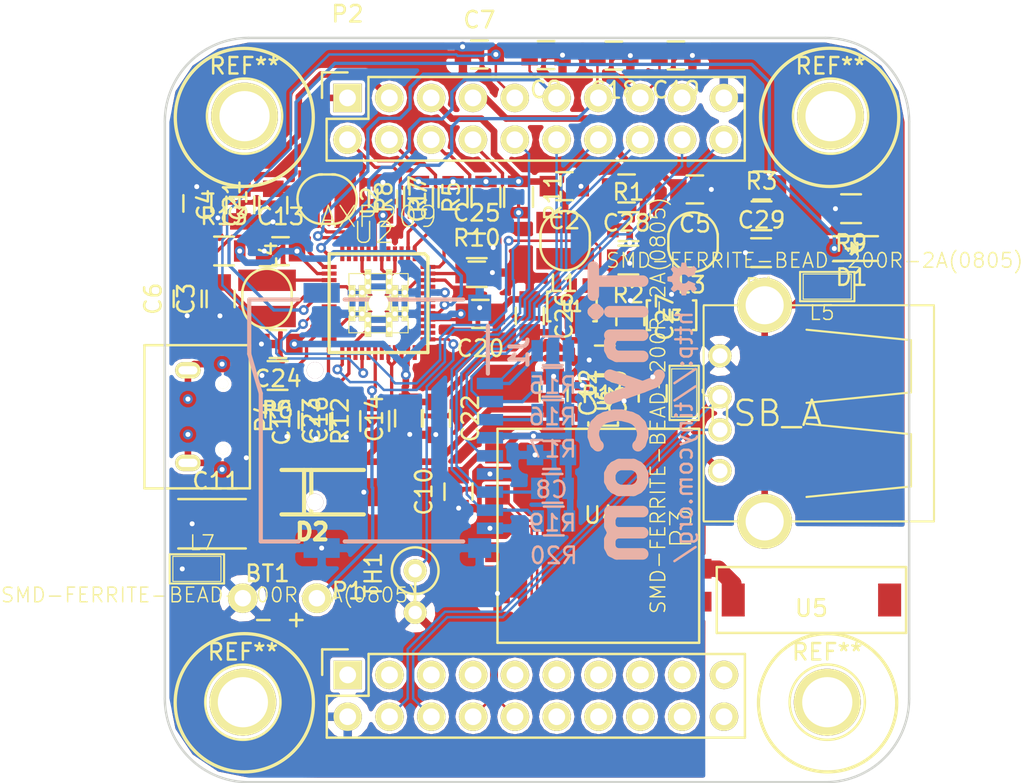
<source format=kicad_pcb>
(kicad_pcb (version 4) (host pcbnew 4.0.0-2.201511301920+6191~38~ubuntu14.04.1-stable)
  (layers (0 F.Cu signal) (31 B.Cu signal) (34 B.Paste user) (35 F.Paste user) (36 B.SilkS user) (37 F.SilkS user) (38 B.Mask user) (39 F.Mask user) (44 Edge.Cuts user))
  (net 0 "")
  (net 1 +5V)
  (net 2 GND)
  (net 3 VCC_15)
  (net 4 VCC_33)
  (net 5 "Net-(L1-Pad1)")
  (net 6 "Net-(L3-Pad1)")
  (net 7 SDC0_D1)
  (net 8 SDC0_D0)
  (net 9 SDC0_CLK)
  (net 10 SDC0_CMD)
  (net 11 SDC0_D3)
  (net 12 SDC0_D2)
  (net 13 "Net-(U4-Pad6)")
  (net 14 UD1_P)
  (net 15 UD1_N)
  (net 16 "Net-(L2-Pad1)")
  (net 17 VCC_12_CPU)
  (net 18 "Net-(L4-Pad1)")
  (net 19 VCC_12_INT)
  (net 20 NMI_N)
  (net 21 TWI0_SCK)
  (net 22 TWI0_SDA)
  (net 23 VCC_30_ANL)
  (net 24 IPSOUT)
  (net 25 "Net-(R6-Pad1)")
  (net 26 UD0_P)
  (net 27 UD0_N)
  (net 28 "Net-(TH1-Pad1)")
  (net 29 "Net-(D1-Pad1)")
  (net 30 "Net-(D1-Pad2)")
  (net 31 "Net-(BT1-Pad1)")
  (net 32 "Net-(C15-Pad2)")
  (net 33 VCC_13_RTC)
  (net 34 HTX2P)
  (net 35 HTX2N)
  (net 36 HTX1P)
  (net 37 HTX1N)
  (net 38 HTX0P)
  (net 39 HTX0N)
  (net 40 "Net-(P1-Pad12)")
  (net 41 HTXCP)
  (net 42 "Net-(P1-Pad14)")
  (net 43 HTXCN)
  (net 44 "Net-(P1-Pad16)")
  (net 45 HCEC)
  (net 46 HHPD)
  (net 47 HCSL)
  (net 48 HSDA)
  (net 49 "Net-(P4-Pad2)")
  (net 50 "Net-(P4-Pad3)")
  (net 51 "Net-(U2-Pad3)")
  (net 52 "Net-(U2-Pad5)")
  (net 53 "Net-(U2-Pad19)")
  (net 54 "Net-(U2-Pad29)")
  (net 55 "Net-(U2-Pad36)")
  (net 56 "Net-(U2-Pad38)")
  (net 57 "Net-(U2-Pad39)")
  (net 58 "Net-(U2-Pad42)")
  (net 59 "Net-(U2-Pad43)")
  (net 60 "Net-(U2-Pad45)")
  (net 61 LDO3_28)
  (net 62 LDO4_28)
  (net 63 RESET_N)
  (net 64 "Net-(P2-Pad17)")
  (net 65 "Net-(C16-Pad1)")
  (net 66 "Net-(C21-Pad2)")
  (net 67 "Net-(C23-Pad2)")
  (net 68 "Net-(C25-Pad1)")
  (net 69 "Net-(C28-Pad1)")
  (net 70 "Net-(C29-Pad1)")
  (net 71 "Net-(C30-Pad1)")
  (net 72 "Net-(L5-Pad2)")
  (net 73 USB_5V)
  (net 74 "Net-(R14-Pad1)")
  (net 75 "Net-(U2-Pad31)")
  (net 76 "Net-(U5-Pad2)")
  (net 77 EXTEN)
  (net 78 "Net-(L7-Pad2)")
  (module tinycom:SDCARD (layer B.Cu) (at 136.83488 102.48646 180)
    (fp_text reference J1 (at -9.15416 4.1275 450) (layer B.SilkS) (effects (font (size 1.1 1.1) (thickness 0.254)) (justify mirror)))
    (fp_text value MICRO_SD_HINGE)
    (pad 1 smd rect (at -7.37362 2.2479 270) (size 0.6985 1.59766) (layers B.Cu B.Paste B.Mask) (net 12 SDC0_D2) (clearance 0.0508))
    (pad 2 smd rect (at -7.37362 1.14808 270) (size 0.6985 1.59766) (layers B.Cu B.Paste B.Mask) (net 11 SDC0_D3) (clearance 0.0508))
    (pad 3 smd rect (at -7.37362 0.04826 270) (size 0.6985 1.59766) (layers B.Cu B.Paste B.Mask) (net 10 SDC0_CMD) (clearance 0.0508))
    (pad 4 smd rect (at -7.37362 -1.04902 270) (size 0.6985 1.59766) (layers B.Cu B.Paste B.Mask) (net 4 VCC_33) (clearance 0.0508))
    (pad 5 smd rect (at -7.37362 -2.14884 270) (size 0.6985 1.59766) (layers B.Cu B.Paste B.Mask) (net 9 SDC0_CLK) (clearance 0.0508))
    (pad 6 smd rect (at -7.37362 -3.24866 270) (size 0.6985 1.59766) (layers B.Cu B.Paste B.Mask) (net 2 GND) (clearance 0.0508))
    (pad 7 smd rect (at -7.37362 -4.34848 270) (size 0.6985 1.59766) (layers B.Cu B.Paste B.Mask) (net 8 SDC0_D0) (clearance 0.0508))
    (pad 8 smd rect (at -7.37362 -5.4483 270) (size 0.6985 1.59766) (layers B.Cu B.Paste B.Mask) (net 7 SDC0_D1) (clearance 0.0508))
    (pad 9 smd rect (at -7.37362 -6.54812 270) (size 0.6985 1.59766) (layers B.Cu B.Paste B.Mask) (net 2 GND) (clearance 0.0508))
    (pad 10 smd rect (at -6.74878 -7.74954 270) (size 1.19888 1.39954) (layers B.Cu B.Paste B.Mask) (net 2 GND) (clearance 0.0508))
    (pad 11 smd rect (at -6.74878 6.84784 270) (size 1.59766 1.39954) (layers B.Cu B.Paste B.Mask) (net 2 GND) (clearance 0.0508))
    (pad 12 smd rect (at 2.84988 -7.74954 270) (size 1.19888 2.19964) (layers B.Cu B.Paste B.Mask) (net 2 GND) (clearance 0.0508))
    (pad 13 smd rect (at 2.84988 7.74954 270) (size 1.19888 2.19964) (layers B.Cu B.Paste B.Mask) (clearance 0.0508))
    (pad 14 thru_hole circle (at 3.2512 3.048 180) (size 1 1) (drill 1) (layers *.Cu *.Mask B.SilkS))
    (pad 15 thru_hole circle (at 3.2512 -4.953 180) (size 1 1) (drill 1) (layers *.Cu *.Mask B.SilkS))
  )
  (module Resistors_SMD:R_0805 (layer F.Cu) (at 139.867 88.922 90)
    (fp_text reference R8 (at 0 -2.1 90) (layer F.SilkS))
    (fp_text value 2.2K)
    (pad 1 smd rect (at -0.95 0 90) (size 0.7 1.3) (layers F.Cu F.Paste F.Mask) (net 21 TWI0_SCK))
    (pad 2 smd rect (at 0.95 0 90) (size 0.7 1.3) (layers F.Cu F.Paste F.Mask) (net 4 VCC_33))
  )
  (module Capacitors_SMD:C_0805 (layer F.Cu) (at 137.707 89.022 270)
    (fp_text reference C17 (at 0 -2.1 270) (layer F.SilkS))
    (fp_text value 2.2uF)
    (pad 1 smd rect (at -1 0 270) (size 1 1.25) (layers F.Cu F.Paste F.Mask) (net 2 GND))
    (pad 2 smd rect (at 1 0 270) (size 1 1.25) (layers F.Cu F.Paste F.Mask) (net 24 IPSOUT))
  )
  (module Capacitors_SMD:C_0805 (layer F.Cu) (at 131.047 89.412 90)
    (fp_text reference C1 (at 0 -2.1 90) (layer F.SilkS))
    (fp_text value 10uF)
    (pad 1 smd rect (at -1 0 90) (size 1 1.25) (layers F.Cu F.Paste F.Mask) (net 2 GND))
    (pad 2 smd rect (at 1 0 90) (size 1 1.25) (layers F.Cu F.Paste F.Mask) (net 17 VCC_12_CPU))
  )
  (module Capacitors_SMD:C_0805 (layer F.Cu) (at 126.437 89.302 270)
    (fp_text reference C21 (at 0 -2.1 270) (layer F.SilkS))
    (fp_text value 10uF)
    (pad 1 smd rect (at -1 0 270) (size 1 1.25) (layers F.Cu F.Paste F.Mask) (net 2 GND))
    (pad 2 smd rect (at 1 0 270) (size 1 1.25) (layers F.Cu F.Paste F.Mask) (net 66 "Net-(C21-Pad2)"))
  )
  (module Capacitors_SMD:C_0805 (layer B.Cu) (at 147.947 104.582)
    (fp_text reference C8 (at 0 2.1) (layer B.SilkS) (effects (justify mirror)))
    (fp_text value C_Small)
    (pad 1 smd rect (at -1 0) (size 1 1.25) (layers B.Cu B.Paste B.Mask) (net 2 GND))
    (pad 2 smd rect (at 1 0) (size 1 1.25) (layers B.Cu B.Paste B.Mask) (net 4 VCC_33))
  )
  (module opendous:SOT23-5_Opendous (layer F.Cu) (at 155.239951 96.092415 180)
    (fp_text reference U3 (at 0 0 180) (layer F.SilkS) (effects (font (size 0.6096 0.6096) (thickness 0.1524))))
    (fp_text value SY8008BAAC hide)
    (pad 5 smd rect (at -0.9525 -1.27 180) (size 0.6096 0.889) (layers F.Cu F.Paste F.Mask) (net 70 "Net-(C29-Pad1)"))
    (pad 4 smd rect (at 0.9525 -1.27 180) (size 0.6096 0.889) (layers F.Cu F.Paste F.Mask) (net 24 IPSOUT))
    (pad 3 smd rect (at 0.9525 1.27 180) (size 0.6096 0.889) (layers F.Cu F.Paste F.Mask) (net 6 "Net-(L3-Pad1)"))
    (pad 2 smd rect (at 0 1.27 180) (size 0.6096 0.889) (layers F.Cu F.Paste F.Mask) (net 2 GND))
    (pad 1 smd rect (at -0.9525 1.27 180) (size 0.6096 0.889) (layers F.Cu F.Paste F.Mask) (net 24 IPSOUT))
  )
  (module opendous:SOT23-5_Opendous (layer F.Cu) (at 149.187 95.562 180)
    (fp_text reference U1 (at 0 0 180) (layer F.SilkS) (effects (font (size 0.6096 0.6096) (thickness 0.1524))))
    (fp_text value SY8008BAAC hide)
    (pad 5 smd rect (at -0.9525 -1.27 180) (size 0.6096 0.889) (layers F.Cu F.Paste F.Mask) (net 69 "Net-(C28-Pad1)"))
    (pad 4 smd rect (at 0.9525 -1.27 180) (size 0.6096 0.889) (layers F.Cu F.Paste F.Mask) (net 24 IPSOUT))
    (pad 3 smd rect (at 0.9525 1.27 180) (size 0.6096 0.889) (layers F.Cu F.Paste F.Mask) (net 5 "Net-(L1-Pad1)"))
    (pad 2 smd rect (at 0 1.27 180) (size 0.6096 0.889) (layers F.Cu F.Paste F.Mask) (net 2 GND))
    (pad 1 smd rect (at -0.9525 1.27 180) (size 0.6096 0.889) (layers F.Cu F.Paste F.Mask) (net 77 EXTEN))
  )
  (module Resistors_SMD:R_0805 (layer F.Cu) (at 152.627 90.712)
    (fp_text reference R1 (at 0 -2.1) (layer F.SilkS))
    (fp_text value R_Small)
    (pad 1 smd rect (at -0.95 0) (size 0.7 1.3) (layers F.Cu F.Paste F.Mask) (net 4 VCC_33))
    (pad 2 smd rect (at 0.95 0) (size 0.7 1.3) (layers F.Cu F.Paste F.Mask) (net 69 "Net-(C28-Pad1)"))
  )
  (module Resistors_SMD:R_0805 (layer F.Cu) (at 152.617 92.742 180)
    (fp_text reference R2 (at 0 -2.1 180) (layer F.SilkS))
    (fp_text value R_Small)
    (pad 1 smd rect (at -0.95 0 180) (size 0.7 1.3) (layers F.Cu F.Paste F.Mask) (net 69 "Net-(C28-Pad1)"))
    (pad 2 smd rect (at 0.95 0 180) (size 0.7 1.3) (layers F.Cu F.Paste F.Mask) (net 2 GND))
  )
  (module Resistors_SMD:R_0805 (layer F.Cu) (at 160.707 90.052)
    (fp_text reference R3 (at 0 -2.1) (layer F.SilkS))
    (fp_text value R_Small)
    (pad 1 smd rect (at -0.95 0) (size 0.7 1.3) (layers F.Cu F.Paste F.Mask) (net 3 VCC_15))
    (pad 2 smd rect (at 0.95 0) (size 0.7 1.3) (layers F.Cu F.Paste F.Mask) (net 70 "Net-(C29-Pad1)"))
  )
  (module Resistors_SMD:R_0805 (layer F.Cu) (at 160.677 92.292 180)
    (fp_text reference R4 (at 0 -2.1 180) (layer F.SilkS))
    (fp_text value R_Small)
    (pad 1 smd rect (at -0.95 0 180) (size 0.7 1.3) (layers F.Cu F.Paste F.Mask) (net 70 "Net-(C29-Pad1)"))
    (pad 2 smd rect (at 0.95 0 180) (size 0.7 1.3) (layers F.Cu F.Paste F.Mask) (net 2 GND))
  )
  (module cd32:CD32 (layer F.Cu) (at 148.777 91.562 180)
    (fp_text reference L1 (at 0.1 -2.6 180) (layer F.SilkS))
    (fp_text value "SMD-INDUCTOR-2.2UH-20%-1.2A(0805)" hide)
    (pad 1 smd rect (at 0 -1.1 180) (size 3.5 1.3) (layers F.Cu F.Paste F.Mask) (net 5 "Net-(L1-Pad1)"))
    (pad 2 smd rect (at 0 1.1 180) (size 3.5 1.3) (layers F.Cu F.Paste F.Mask) (net 4 VCC_33))
  )
  (module cd32:CD32 (layer F.Cu) (at 156.547 91.652 180)
    (fp_text reference L3 (at 0.1 -2.6 180) (layer F.SilkS))
    (fp_text value "SMD-INDUCTOR-2.2UH-20%-1.2A(0805)" hide)
    (pad 1 smd rect (at 0 -1.1 180) (size 3.5 1.3) (layers F.Cu F.Paste F.Mask) (net 6 "Net-(L3-Pad1)"))
    (pad 2 smd rect (at 0 1.1 180) (size 3.5 1.3) (layers F.Cu F.Paste F.Mask) (net 3 VCC_15))
  )
  (module tinycom:tc-con-usb-USB-A-H (layer F.Cu) (at 160.897 102.052 180)
    (fp_text reference P3 (at 5.08 -6.985 450) (layer F.SilkS) (effects (font (size 1.27 1.27) (thickness 0.0889))))
    (fp_text value USB_A (at 0 0 180) (layer F.SilkS))
    (pad 3 thru_hole circle (at 2.7178 1.0033 180) (size 1.4224 1.4224) (drill 0.9144) (layers *.Cu *.Mask F.SilkS) (net 26 UD0_P))
    (pad 2 thru_hole circle (at 2.7178 -1.0033 180) (size 1.4224 1.4224) (drill 0.9144) (layers *.Cu *.Mask F.SilkS) (net 27 UD0_N))
    (pad 4 thru_hole circle (at 2.7178 3.4925 180) (size 1.4224 1.4224) (drill 0.9144) (layers *.Cu *.Mask F.SilkS) (net 2 GND))
    (pad 5 thru_hole circle (at 0 6.5659 180) (size 3.3274 3.3274) (drill 2.3114) (layers *.Cu *.Mask F.SilkS) (net 72 "Net-(L5-Pad2)"))
    (pad 5 thru_hole circle (at 0 -6.5659 180) (size 3.3274 3.3274) (drill 2.3114) (layers *.Cu *.Mask F.SilkS) (net 72 "Net-(L5-Pad2)"))
    (pad 1 thru_hole circle (at 2.7178 -3.4925 180) (size 1.4224 1.4224) (drill 0.9144) (layers *.Cu *.Mask F.SilkS) (net 73 USB_5V))
  )
  (module tinycom:tc-USB_Micro-B (layer F.Cu) (at 127.037 102.262 270)
    (fp_text reference P4 (at 0 -3.45 270) (layer F.SilkS))
    (fp_text value USB_OTG)
    (pad 1 smd rect (at -1.3009 -1.81254) (size 2.1 0.4) (layers F.Cu F.Paste F.Mask) (net 1 +5V))
    (pad 2 smd rect (at -0.6509 -1.81254) (size 2.1 0.4) (layers F.Cu F.Paste F.Mask) (net 49 "Net-(P4-Pad2)"))
    (pad 3 smd rect (at -0.0009 -1.81254) (size 2.1 0.4) (layers F.Cu F.Paste F.Mask) (net 50 "Net-(P4-Pad3)"))
    (pad 4 smd rect (at 0.6491 -1.81254) (size 2.1 0.4) (layers F.Cu F.Paste F.Mask) (net 2 GND))
    (pad 5 smd rect (at 1.2991 -1.81254) (size 2.1 0.4) (layers F.Cu F.Paste F.Mask) (net 2 GND))
    (pad 6 thru_hole oval (at -2.825 1.175) (size 1.55 1) (drill oval 1.15 0.5) (layers *.Cu *.Mask F.SilkS) (net 78 "Net-(L7-Pad2)"))
    (pad 6 thru_hole oval (at 2.8 1.175) (size 1.55 1) (drill oval 1.15 0.5) (layers *.Cu *.Mask F.SilkS) (net 78 "Net-(L7-Pad2)"))
    (pad "" np_thru_hole circle (at -2 -0.975 270) (size 0.6 0.6) (drill 0.6) (layers *.Cu *.Mask F.SilkS))
    (pad "" np_thru_hole circle (at 2 -0.975 270) (size 0.6 0.6) (drill 0.6) (layers *.Cu *.Mask F.SilkS))
    (pad 6 smd rect (at -1.075 1.175) (size 1.9 1.9) (layers F.Cu F.Paste F.Mask) (net 78 "Net-(L7-Pad2)"))
    (pad 6 smd rect (at 1.075 1.175) (size 1.9 1.9) (layers F.Cu F.Paste F.Mask) (net 78 "Net-(L7-Pad2)"))
    (pad 6 smd rect (at -3.2 -0.9) (size 1 1) (layers F.Cu F.Paste F.Mask) (net 78 "Net-(L7-Pad2)"))
    (pad 6 smd rect (at 3.2 -0.9) (size 1 1) (layers F.Cu F.Paste F.Mask) (net 78 "Net-(L7-Pad2)"))
  )
  (module Socket_Strips:Socket_Strip_Straight_2x10 (layer F.Cu) (at 135.567 117.942)
    (fp_text reference P1 (at 0 -5.1) (layer F.SilkS))
    (fp_text value CONN_02X10)
    (pad 1 thru_hole rect (at 0 0) (size 1.7272 1.7272) (drill 1.016) (layers *.Cu *.Mask F.SilkS) (net 34 HTX2P))
    (pad 2 thru_hole oval (at 0 2.54) (size 1.7272 1.7272) (drill 1.016) (layers *.Cu *.Mask F.SilkS) (net 2 GND))
    (pad 3 thru_hole oval (at 2.54 0) (size 1.7272 1.7272) (drill 1.016) (layers *.Cu *.Mask F.SilkS) (net 35 HTX2N))
    (pad 4 thru_hole oval (at 2.54 2.54) (size 1.7272 1.7272) (drill 1.016) (layers *.Cu *.Mask F.SilkS) (net 26 UD0_P))
    (pad 5 thru_hole oval (at 5.08 0) (size 1.7272 1.7272) (drill 1.016) (layers *.Cu *.Mask F.SilkS) (net 36 HTX1P))
    (pad 6 thru_hole oval (at 5.08 2.54) (size 1.7272 1.7272) (drill 1.016) (layers *.Cu *.Mask F.SilkS) (net 27 UD0_N))
    (pad 7 thru_hole oval (at 7.62 0) (size 1.7272 1.7272) (drill 1.016) (layers *.Cu *.Mask F.SilkS) (net 37 HTX1N))
    (pad 8 thru_hole oval (at 7.62 2.54) (size 1.7272 1.7272) (drill 1.016) (layers *.Cu *.Mask F.SilkS) (net 14 UD1_P))
    (pad 9 thru_hole oval (at 10.16 0) (size 1.7272 1.7272) (drill 1.016) (layers *.Cu *.Mask F.SilkS) (net 38 HTX0P))
    (pad 10 thru_hole oval (at 10.16 2.54) (size 1.7272 1.7272) (drill 1.016) (layers *.Cu *.Mask F.SilkS) (net 15 UD1_N))
    (pad 11 thru_hole oval (at 12.7 0) (size 1.7272 1.7272) (drill 1.016) (layers *.Cu *.Mask F.SilkS) (net 39 HTX0N))
    (pad 12 thru_hole oval (at 12.7 2.54) (size 1.7272 1.7272) (drill 1.016) (layers *.Cu *.Mask F.SilkS) (net 40 "Net-(P1-Pad12)"))
    (pad 13 thru_hole oval (at 15.24 0) (size 1.7272 1.7272) (drill 1.016) (layers *.Cu *.Mask F.SilkS) (net 41 HTXCP))
    (pad 14 thru_hole oval (at 15.24 2.54) (size 1.7272 1.7272) (drill 1.016) (layers *.Cu *.Mask F.SilkS) (net 42 "Net-(P1-Pad14)"))
    (pad 15 thru_hole oval (at 17.78 0) (size 1.7272 1.7272) (drill 1.016) (layers *.Cu *.Mask F.SilkS) (net 43 HTXCN))
    (pad 16 thru_hole oval (at 17.78 2.54) (size 1.7272 1.7272) (drill 1.016) (layers *.Cu *.Mask F.SilkS) (net 44 "Net-(P1-Pad16)"))
    (pad 17 thru_hole oval (at 20.32 0) (size 1.7272 1.7272) (drill 1.016) (layers *.Cu *.Mask F.SilkS) (net 45 HCEC))
    (pad 18 thru_hole oval (at 20.32 2.54) (size 1.7272 1.7272) (drill 1.016) (layers *.Cu *.Mask F.SilkS) (net 46 HHPD))
    (pad 19 thru_hole oval (at 22.86 0) (size 1.7272 1.7272) (drill 1.016) (layers *.Cu *.Mask F.SilkS) (net 47 HCSL))
    (pad 20 thru_hole oval (at 22.86 2.54) (size 1.7272 1.7272) (drill 1.016) (layers *.Cu *.Mask F.SilkS) (net 48 HSDA))
  )
  (module Socket_Strips:Socket_Strip_Straight_2x10 (layer F.Cu) (at 135.557 82.892)
    (fp_text reference P2 (at 0 -5.1) (layer F.SilkS))
    (fp_text value CONN_02X10)
    (pad 1 thru_hole rect (at 0 0) (size 1.7272 1.7272) (drill 1.016) (layers *.Cu *.Mask F.SilkS) (net 17 VCC_12_CPU))
    (pad 2 thru_hole oval (at 0 2.54) (size 1.7272 1.7272) (drill 1.016) (layers *.Cu *.Mask F.SilkS) (net 21 TWI0_SCK))
    (pad 3 thru_hole oval (at 2.54 0) (size 1.7272 1.7272) (drill 1.016) (layers *.Cu *.Mask F.SilkS) (net 19 VCC_12_INT))
    (pad 4 thru_hole oval (at 2.54 2.54) (size 1.7272 1.7272) (drill 1.016) (layers *.Cu *.Mask F.SilkS) (net 22 TWI0_SDA))
    (pad 5 thru_hole oval (at 5.08 0) (size 1.7272 1.7272) (drill 1.016) (layers *.Cu *.Mask F.SilkS) (net 4 VCC_33))
    (pad 6 thru_hole oval (at 5.08 2.54) (size 1.7272 1.7272) (drill 1.016) (layers *.Cu *.Mask F.SilkS) (net 20 NMI_N))
    (pad 7 thru_hole oval (at 7.62 0) (size 1.7272 1.7272) (drill 1.016) (layers *.Cu *.Mask F.SilkS) (net 3 VCC_15))
    (pad 8 thru_hole oval (at 7.62 2.54) (size 1.7272 1.7272) (drill 1.016) (layers *.Cu *.Mask F.SilkS) (net 63 RESET_N))
    (pad 9 thru_hole oval (at 10.16 0) (size 1.7272 1.7272) (drill 1.016) (layers *.Cu *.Mask F.SilkS) (net 33 VCC_13_RTC))
    (pad 10 thru_hole oval (at 10.16 2.54) (size 1.7272 1.7272) (drill 1.016) (layers *.Cu *.Mask F.SilkS) (net 7 SDC0_D1))
    (pad 11 thru_hole oval (at 12.7 0) (size 1.7272 1.7272) (drill 1.016) (layers *.Cu *.Mask F.SilkS) (net 23 VCC_30_ANL))
    (pad 12 thru_hole oval (at 12.7 2.54) (size 1.7272 1.7272) (drill 1.016) (layers *.Cu *.Mask F.SilkS) (net 8 SDC0_D0))
    (pad 13 thru_hole oval (at 15.24 0) (size 1.7272 1.7272) (drill 1.016) (layers *.Cu *.Mask F.SilkS) (net 61 LDO3_28))
    (pad 14 thru_hole oval (at 15.24 2.54) (size 1.7272 1.7272) (drill 1.016) (layers *.Cu *.Mask F.SilkS) (net 9 SDC0_CLK))
    (pad 15 thru_hole oval (at 17.78 0) (size 1.7272 1.7272) (drill 1.016) (layers *.Cu *.Mask F.SilkS) (net 62 LDO4_28))
    (pad 16 thru_hole oval (at 17.78 2.54) (size 1.7272 1.7272) (drill 1.016) (layers *.Cu *.Mask F.SilkS) (net 10 SDC0_CMD))
    (pad 17 thru_hole oval (at 20.32 0) (size 1.7272 1.7272) (drill 1.016) (layers *.Cu *.Mask F.SilkS) (net 64 "Net-(P2-Pad17)"))
    (pad 18 thru_hole oval (at 20.32 2.54) (size 1.7272 1.7272) (drill 1.016) (layers *.Cu *.Mask F.SilkS) (net 11 SDC0_D3))
    (pad 19 thru_hole oval (at 22.86 0) (size 1.7272 1.7272) (drill 1.016) (layers *.Cu *.Mask F.SilkS) (net 2 GND))
    (pad 20 thru_hole oval (at 22.86 2.54) (size 1.7272 1.7272) (drill 1.016) (layers *.Cu *.Mask F.SilkS) (net 12 SDC0_D2))
  )
  (module tinycom:RTL8188 (layer F.Cu) (at 150.667 109.242 180)
    (fp_text reference U4 (at -0.25 1 180) (layer F.SilkS))
    (fp_text value RTL8188)
    (pad 1 smd rect (at 6 -3.75 180) (size 1.5 1.2) (layers F.Cu F.Paste F.Mask) (net 2 GND))
    (pad 2 smd rect (at 6 -1.25 180) (size 1.5 1.2) (layers F.Cu F.Paste F.Mask) (net 14 UD1_P))
    (pad 3 smd rect (at 6 2.25 180) (size 1.5 1.2) (layers F.Cu F.Paste F.Mask) (net 15 UD1_N))
    (pad 4 smd rect (at 6 4.75 180) (size 1.5 1.2) (layers F.Cu F.Paste F.Mask) (net 4 VCC_33))
    (pad 5 smd rect (at -6.25 -4.25 180) (size 1.5 1.2) (layers F.Cu F.Paste F.Mask) (net 2 GND))
    (pad 6 smd rect (at -6.25 -2.25 180) (size 1.5 1.2) (layers F.Cu F.Paste F.Mask) (net 13 "Net-(U4-Pad6)"))
  )
  (module Capacitors_Tantalum_SMD:TantalC_SizeB_EIA-3528_Reflow (layer F.Cu) (at 127.577 108.762)
    (fp_text reference C11 (at 0 -2.6) (layer F.SilkS))
    (fp_text value 10uF)
    (pad 2 smd rect (at 1.46 0) (size 1.8 2.23) (layers F.Cu F.Paste F.Mask) (net 1 +5V))
    (pad 1 smd rect (at -1.46 0) (size 1.8 2.23) (layers F.Cu F.Paste F.Mask) (net 2 GND))
  )
  (module cd32:CD32 (layer F.Cu) (at 134.317 89.042 270)
    (fp_text reference L2 (at 0.1 -2.6 270) (layer F.SilkS))
    (fp_text value "SMD-INDUCTOR-2.2UH-20%-1.2A(0805)" hide)
    (pad 1 smd rect (at 0 -1.1 270) (size 3.5 1.3) (layers F.Cu F.Paste F.Mask) (net 16 "Net-(L2-Pad1)"))
    (pad 2 smd rect (at 0 1.1 270) (size 3.5 1.3) (layers F.Cu F.Paste F.Mask) (net 17 VCC_12_CPU))
  )
  (module cd32:CD32 (layer F.Cu) (at 130.667 95.072)
    (fp_text reference L4 (at 0.1 -2.6 90) (layer F.SilkS))
    (fp_text value "SMD-INDUCTOR-2.2UH-20%-1.2A(0805)" hide)
    (pad 1 smd rect (at 0 -1.1) (size 3.5 1.3) (layers F.Cu F.Paste F.Mask) (net 18 "Net-(L4-Pad1)"))
    (pad 2 smd rect (at 0 1.1) (size 3.5 1.3) (layers F.Cu F.Paste F.Mask) (net 19 VCC_12_INT))
  )
  (module Capacitors_SMD:C_0805 (layer F.Cu) (at 129.047 89.392 90)
    (fp_text reference C4 (at 0 -2.1 90) (layer F.SilkS))
    (fp_text value 1nF)
    (pad 1 smd rect (at -1 0 90) (size 1 1.25) (layers F.Cu F.Paste F.Mask) (net 2 GND))
    (pad 2 smd rect (at 1 0 90) (size 1 1.25) (layers F.Cu F.Paste F.Mask) (net 17 VCC_12_CPU))
  )
  (module Capacitors_SMD:C_0805 (layer F.Cu) (at 125.847 95.092 90)
    (fp_text reference C6 (at 0 -2.1 90) (layer F.SilkS))
    (fp_text value 1nF)
    (pad 1 smd rect (at -1 0 90) (size 1 1.25) (layers F.Cu F.Paste F.Mask) (net 2 GND))
    (pad 2 smd rect (at 1 0 90) (size 1 1.25) (layers F.Cu F.Paste F.Mask) (net 19 VCC_12_INT))
  )
  (module Capacitors_SMD:C_0805 (layer F.Cu) (at 143.567 80.252)
    (fp_text reference C7 (at 0 -2.1) (layer F.SilkS))
    (fp_text value C_Small)
    (pad 1 smd rect (at -1 0) (size 1 1.25) (layers F.Cu F.Paste F.Mask) (net 2 GND))
    (pad 2 smd rect (at 1 0) (size 1 1.25) (layers F.Cu F.Paste F.Mask) (net 33 VCC_13_RTC))
  )
  (module Capacitors_SMD:C_0805 (layer F.Cu) (at 147.617 80.292 180)
    (fp_text reference C9 (at 0 -2.1 180) (layer F.SilkS))
    (fp_text value C_Small)
    (pad 1 smd rect (at -1 0 180) (size 1 1.25) (layers F.Cu F.Paste F.Mask) (net 2 GND))
    (pad 2 smd rect (at 1 0 180) (size 1 1.25) (layers F.Cu F.Paste F.Mask) (net 23 VCC_30_ANL))
  )
  (module Capacitors_SMD:C_0805 (layer F.Cu) (at 142.297 106.812 90)
    (fp_text reference C10 (at 0 -2.1 90) (layer F.SilkS))
    (fp_text value C_Small)
    (pad 1 smd rect (at -1 0 90) (size 1 1.25) (layers F.Cu F.Paste F.Mask) (net 2 GND))
    (pad 2 smd rect (at 1 0 90) (size 1 1.25) (layers F.Cu F.Paste F.Mask) (net 4 VCC_33))
  )
  (module Resistors_SMD:R_0805 (layer F.Cu) (at 131.307 99.752 180)
    (fp_text reference R6 (at 0 -2.1 180) (layer F.SilkS))
    (fp_text value 200K)
    (pad 1 smd rect (at -0.95 0 180) (size 0.7 1.3) (layers F.Cu F.Paste F.Mask) (net 25 "Net-(R6-Pad1)"))
    (pad 2 smd rect (at 0.95 0 180) (size 0.7 1.3) (layers F.Cu F.Paste F.Mask) (net 2 GND))
  )
  (module Connect:1pin (layer F.Cu) (at 164.9 84)
    (fp_text reference REF** (at 0 -3.048) (layer F.SilkS))
    (fp_text value 1pin)
    (pad 1 thru_hole circle (at 0 0) (size 4.064 4.064) (drill 3.048) (layers *.Cu *.Mask F.SilkS))
  )
  (module Connect:1pin (layer F.Cu) (at 129.3 84)
    (fp_text reference REF** (at 0 -3.048) (layer F.SilkS))
    (fp_text value 1pin)
    (pad 2 thru_hole circle (at 0 0) (size 4.064 4.064) (drill 3.048) (layers *.Cu *.Mask F.SilkS))
  )
  (module Connect:1pin (layer F.Cu) (at 129.2 119.6)
    (fp_text reference REF** (at 0 -3.048) (layer F.SilkS))
    (fp_text value 1pin)
    (pad 3 thru_hole circle (at 0 0) (size 4.064 4.064) (drill 3.048) (layers *.Cu *.Mask F.SilkS))
  )
  (module Connect:1pin (layer F.Cu) (at 164.7 119.6)
    (fp_text reference REF** (at 0 -3.048) (layer F.SilkS))
    (fp_text value 1pin)
    (pad 4 thru_hole circle (at 0 0) (size 4.064 4.064) (drill 3.048) (layers *.Cu *.Mask F.SilkS))
  )
  (module Resistors_SMD:R_0805 (layer F.Cu) (at 141.967 88.932 90)
    (fp_text reference R7 (at 0 -2.1 90) (layer F.SilkS))
    (fp_text value 2.2K)
    (pad 1 smd rect (at -0.95 0 90) (size 0.7 1.3) (layers F.Cu F.Paste F.Mask) (net 22 TWI0_SDA))
    (pad 2 smd rect (at 0.95 0 90) (size 0.7 1.3) (layers F.Cu F.Paste F.Mask) (net 4 VCC_33))
  )
  (module Capacitors_SMD:C_0805 (layer F.Cu) (at 131.487 92.202)
    (fp_text reference C13 (at 0 -2.1) (layer F.SilkS))
    (fp_text value 10uF)
    (pad 1 smd rect (at -1 0) (size 1 1.25) (layers F.Cu F.Paste F.Mask) (net 2 GND))
    (pad 2 smd rect (at 1 0) (size 1 1.25) (layers F.Cu F.Paste F.Mask) (net 24 IPSOUT))
  )
  (module Capacitors_SMD:C_0805 (layer F.Cu) (at 139.297 102.352 90)
    (fp_text reference C14 (at 0 -2.1 90) (layer F.SilkS))
    (fp_text value 10uF)
    (pad 1 smd rect (at -1 0 90) (size 1 1.25) (layers F.Cu F.Paste F.Mask) (net 2 GND))
    (pad 2 smd rect (at 1 0 90) (size 1 1.25) (layers F.Cu F.Paste F.Mask) (net 24 IPSOUT))
  )
  (module tinycom:oshw_logo_2mm (layer B.Cu) (at 155.887 93.892 270)
    (fp_text reference G*** hide)
    (fp_text value LOGO hide)
  )
  (module Discret:R1 (layer F.Cu) (at 139.667 112.882 270)
    (fp_text reference TH1 (at -1.016 2.54 270) (layer F.SilkS))
    (fp_text value THERMISTOR)
    (pad 1 thru_hole circle (at -1.27 0 270) (size 1.397 1.397) (drill 0.8128) (layers *.Cu *.Mask F.SilkS) (net 28 "Net-(TH1-Pad1)"))
    (pad 2 thru_hole circle (at 1.27 0 270) (size 1.397 1.397) (drill 0.8128) (layers *.Cu *.Mask F.SilkS) (net 2 GND))
  )
  (module Resistors_SMD:R_0805 (layer F.Cu) (at 166.147 89.622 180)
    (fp_text reference R9 (at 0 -2.1 180) (layer F.SilkS))
    (fp_text value 300)
    (pad 1 smd rect (at -0.95 0 180) (size 0.7 1.3) (layers F.Cu F.Paste F.Mask) (net 29 "Net-(D1-Pad1)"))
    (pad 2 smd rect (at 0.95 0 180) (size 0.7 1.3) (layers F.Cu F.Paste F.Mask) (net 2 GND))
  )
  (module LEDs:LED-0805 (layer F.Cu) (at 166.177 92.042 180)
    (fp_text reference D1 (at 0 -1.75 180) (layer F.SilkS))
    (fp_text value Led_Small)
    (pad 2 smd rect (at 1.04902 0) (size 1.19888 1.19888) (layers F.Cu F.Paste F.Mask) (net 30 "Net-(D1-Pad2)"))
    (pad 1 smd rect (at -1.04902 0) (size 1.19888 1.19888) (layers F.Cu F.Paste F.Mask) (net 29 "Net-(D1-Pad1)"))
  )
  (module Resistors_SMD:R_0805 (layer F.Cu) (at 143.407 93.502)
    (fp_text reference R10 (at 0 -2.1) (layer F.SilkS))
    (fp_text value 200K)
    (pad 1 smd rect (at -0.95 0) (size 0.7 1.3) (layers F.Cu F.Paste F.Mask) (net 68 "Net-(C25-Pad1)"))
    (pad 2 smd rect (at 0.95 0) (size 0.7 1.3) (layers F.Cu F.Paste F.Mask) (net 2 GND))
  )
  (module Capacitors_SMD:C_0805 (layer F.Cu) (at 133.657 102.572 90)
    (fp_text reference C15 (at 0 -2.1 90) (layer F.SilkS))
    (fp_text value 1uF)
    (pad 1 smd rect (at -1 0 90) (size 1 1.25) (layers F.Cu F.Paste F.Mask) (net 2 GND))
    (pad 2 smd rect (at 1 0 90) (size 1 1.25) (layers F.Cu F.Paste F.Mask) (net 32 "Net-(C15-Pad2)"))
  )
  (module Capacitors_SMD:C_0805 (layer F.Cu) (at 131.737 102.442 270)
    (fp_text reference C16 (at 0 -2.1 270) (layer F.SilkS))
    (fp_text value 1uF)
    (pad 1 smd rect (at -1 0 270) (size 1 1.25) (layers F.Cu F.Paste F.Mask) (net 65 "Net-(C16-Pad1)"))
    (pad 2 smd rect (at 1 0 270) (size 1 1.25) (layers F.Cu F.Paste F.Mask) (net 2 GND))
  )
  (module Capacitors_SMD:C_0805 (layer F.Cu) (at 127.847 95.102 90)
    (fp_text reference C3 (at 0 -2.1 90) (layer F.SilkS))
    (fp_text value 10uF)
    (pad 1 smd rect (at -1 0 90) (size 1 1.25) (layers F.Cu F.Paste F.Mask) (net 2 GND))
    (pad 2 smd rect (at 1 0 90) (size 1 1.25) (layers F.Cu F.Paste F.Mask) (net 19 VCC_12_INT))
  )
  (module Capacitors_SMD:C_0805 (layer F.Cu) (at 156.657 88.452 180)
    (fp_text reference C5 (at 0 -2.1 180) (layer F.SilkS))
    (fp_text value 22uF)
    (pad 1 smd rect (at -1 0 180) (size 1 1.25) (layers F.Cu F.Paste F.Mask) (net 2 GND))
    (pad 2 smd rect (at 1 0 180) (size 1 1.25) (layers F.Cu F.Paste F.Mask) (net 3 VCC_15))
  )
  (module Capacitors_SMD:C_0805 (layer F.Cu) (at 151.737 80.322 180)
    (fp_text reference C18 (at 0 -2.1 180) (layer F.SilkS))
    (fp_text value 10uF)
    (pad 1 smd rect (at -1 0 180) (size 1 1.25) (layers F.Cu F.Paste F.Mask) (net 2 GND))
    (pad 2 smd rect (at 1 0 180) (size 1 1.25) (layers F.Cu F.Paste F.Mask) (net 61 LDO3_28))
  )
  (module Capacitors_SMD:C_0805 (layer F.Cu) (at 155.507 80.312 180)
    (fp_text reference C19 (at 0 -2.1 180) (layer F.SilkS))
    (fp_text value 0uF)
    (pad 1 smd rect (at -1 0 180) (size 1 1.25) (layers F.Cu F.Paste F.Mask) (net 2 GND))
    (pad 2 smd rect (at 1 0 180) (size 1 1.25) (layers F.Cu F.Paste F.Mask) (net 62 LDO4_28))
  )
  (module Resistors_SMD:R_0805 (layer F.Cu) (at 143.967 88.922 90)
    (fp_text reference R5 (at 0 -2.1 90) (layer F.SilkS))
    (fp_text value 47K)
    (pad 1 smd rect (at -0.95 0 90) (size 0.7 1.3) (layers F.Cu F.Paste F.Mask) (net 20 NMI_N))
    (pad 2 smd rect (at 0.95 0 90) (size 0.7 1.3) (layers F.Cu F.Paste F.Mask) (net 4 VCC_33))
  )
  (module Resistors_SMD:R_0805 (layer F.Cu) (at 145.947 88.912 270)
    (fp_text reference R11 (at 0 -2.1 270) (layer F.SilkS))
    (fp_text value 10K)
    (pad 1 smd rect (at -0.95 0 270) (size 0.7 1.3) (layers F.Cu F.Paste F.Mask) (net 4 VCC_33))
    (pad 2 smd rect (at 0.95 0 270) (size 0.7 1.3) (layers F.Cu F.Paste F.Mask) (net 63 RESET_N))
  )
  (module tinycom:axp209 (layer F.Cu) (at 137.4393 95.35966 180)
    (fp_text reference U2 (at 0.29972 4.2799 180) (layer F.SilkS) (effects (font (size 1.27 1.27) (thickness 0.0889))))
    (fp_text value AXP209 (at 0 5.25 180) (layer F.SilkS) (effects (font (size 1.27 1.27) (thickness 0.0889))))
    (pad 1 smd rect (at -2.19964 2.99974 180) (size 0.25 0.89916) (layers F.Cu F.Paste F.Mask) (net 22 TWI0_SDA))
    (pad 2 smd rect (at -1.79832 2.99974 180) (size 0.25 0.89916) (layers F.Cu F.Paste F.Mask) (net 21 TWI0_SCK))
    (pad 3 smd rect (at -1.39954 2.99974 180) (size 0.25 0.89916) (layers F.Cu F.Paste F.Mask) (net 51 "Net-(U2-Pad3)"))
    (pad 4 smd rect (at -0.99822 2.99974 180) (size 0.25 0.89916) (layers F.Cu F.Paste F.Mask) (net 2 GND))
    (pad 5 smd rect (at -0.59944 2.99974 180) (size 0.25 0.89916) (layers F.Cu F.Paste F.Mask) (net 52 "Net-(U2-Pad5)"))
    (pad 6 smd rect (at -0.19812 2.99974 180) (size 0.25 0.89916) (layers F.Cu F.Paste F.Mask) (net 2 GND))
    (pad 7 smd rect (at 0.19812 2.99974 180) (size 0.25 0.89916) (layers F.Cu F.Paste F.Mask) (net 24 IPSOUT))
    (pad 8 smd rect (at 0.59944 2.99974 180) (size 0.25 0.89916) (layers F.Cu F.Paste F.Mask) (net 16 "Net-(L2-Pad1)"))
    (pad 9 smd rect (at 0.99822 2.99974 180) (size 0.25 0.89916) (layers F.Cu F.Paste F.Mask) (net 2 GND))
    (pad 10 smd rect (at 1.39954 2.99974 180) (size 0.25 0.89916) (layers F.Cu F.Paste F.Mask) (net 17 VCC_12_CPU))
    (pad 11 smd rect (at 1.79832 2.99974 180) (size 0.25 0.89916) (layers F.Cu F.Paste F.Mask) (net 62 LDO4_28))
    (pad 12 smd rect (at 2.19964 2.99974 180) (size 0.25 0.89916) (layers F.Cu F.Paste F.Mask) (net 23 VCC_30_ANL))
    (pad 13 smd rect (at 2.99974 2.19964 270) (size 0.25 0.89916) (layers F.Cu F.Paste F.Mask) (net 66 "Net-(C21-Pad2)"))
    (pad 14 smd rect (at 2.99974 1.79832 270) (size 0.25 0.89916) (layers F.Cu F.Paste F.Mask) (net 24 IPSOUT))
    (pad 15 smd rect (at 2.99974 1.39954 270) (size 0.25 0.89916) (layers F.Cu F.Paste F.Mask) (net 18 "Net-(L4-Pad1)"))
    (pad 16 smd rect (at 2.99974 0.99822 270) (size 0.25 0.89916) (layers F.Cu F.Paste F.Mask) (net 2 GND))
    (pad 17 smd rect (at 2.99974 0.59944 270) (size 0.25 0.89916) (layers F.Cu F.Paste F.Mask) (net 19 VCC_12_INT))
    (pad 18 smd rect (at 2.99974 0.19812 270) (size 0.25 0.89916) (layers F.Cu F.Paste F.Mask) (net 30 "Net-(D1-Pad2)"))
    (pad 19 smd rect (at 2.99974 -0.19812 270) (size 0.25 0.89916) (layers F.Cu F.Paste F.Mask) (net 53 "Net-(U2-Pad19)"))
    (pad 20 smd rect (at 2.99974 -0.59944 270) (size 0.25 0.89916) (layers F.Cu F.Paste F.Mask) (net 77 EXTEN))
    (pad 21 smd rect (at 2.99974 -0.99822 270) (size 0.25 0.89916) (layers F.Cu F.Paste F.Mask) (net 24 IPSOUT))
    (pad 22 smd rect (at 2.99974 -1.39954 270) (size 0.25 0.89916) (layers F.Cu F.Paste F.Mask) (net 2 GND))
    (pad 23 smd rect (at 2.99974 -1.79832 270) (size 0.25 0.89916) (layers F.Cu F.Paste F.Mask) (net 25 "Net-(R6-Pad1)"))
    (pad 24 smd rect (at 2.99974 -2.19964 270) (size 0.25 0.89916) (layers F.Cu F.Paste F.Mask) (net 65 "Net-(C16-Pad1)"))
    (pad 25 smd rect (at 2.19964 -2.99974 180) (size 0.25 0.89916) (layers F.Cu F.Paste F.Mask) (net 63 RESET_N))
    (pad 26 smd rect (at 1.79832 -2.99974 180) (size 0.25 0.89916) (layers F.Cu F.Paste F.Mask) (net 32 "Net-(C15-Pad2)"))
    (pad 27 smd rect (at 1.39954 -2.99974 180) (size 0.25 0.89916) (layers F.Cu F.Paste F.Mask) (net 2 GND))
    (pad 28 smd rect (at 0.99822 -2.99974 180) (size 0.25 0.89916) (layers F.Cu F.Paste F.Mask) (net 33 VCC_13_RTC))
    (pad 29 smd rect (at 0.59944 -2.99974 180) (size 0.25 0.89916) (layers F.Cu F.Paste F.Mask) (net 54 "Net-(U2-Pad29)"))
    (pad 30 smd rect (at 0.19812 -2.99974 180) (size 0.25 0.89916) (layers F.Cu F.Paste F.Mask) (net 31 "Net-(BT1-Pad1)"))
    (pad 31 smd rect (at -0.19812 -2.99974 180) (size 0.25 0.89916) (layers F.Cu F.Paste F.Mask) (net 75 "Net-(U2-Pad31)"))
    (pad 32 smd rect (at -0.59944 -2.99974 180) (size 0.25 0.89916) (layers F.Cu F.Paste F.Mask) (net 1 +5V))
    (pad 33 smd rect (at -0.99822 -2.99974 180) (size 0.25 0.89916) (layers F.Cu F.Paste F.Mask) (net 1 +5V))
    (pad 34 smd rect (at -1.39954 -2.99974 180) (size 0.25 0.89916) (layers F.Cu F.Paste F.Mask) (net 24 IPSOUT))
    (pad 35 smd rect (at -1.79832 -2.99974 180) (size 0.25 0.89916) (layers F.Cu F.Paste F.Mask) (net 24 IPSOUT))
    (pad 36 smd rect (at -2.19964 -2.99974 180) (size 0.25 0.89916) (layers F.Cu F.Paste F.Mask) (net 55 "Net-(U2-Pad36)"))
    (pad 37 smd rect (at -2.99974 -2.19964 270) (size 0.25 0.89916) (layers F.Cu F.Paste F.Mask) (net 28 "Net-(TH1-Pad1)"))
    (pad 38 smd rect (at -2.99974 -1.79832 270) (size 0.25 0.89916) (layers F.Cu F.Paste F.Mask) (net 56 "Net-(U2-Pad38)"))
    (pad 39 smd rect (at -2.99974 -1.39954 270) (size 0.25 0.89916) (layers F.Cu F.Paste F.Mask) (net 57 "Net-(U2-Pad39)"))
    (pad 40 smd rect (at -2.99974 -0.99822 270) (size 0.25 0.89916) (layers F.Cu F.Paste F.Mask) (net 24 IPSOUT))
    (pad 41 smd rect (at -2.99974 -0.59944 270) (size 0.25 0.89916) (layers F.Cu F.Paste F.Mask) (net 61 LDO3_28))
    (pad 42 smd rect (at -2.99974 -0.19812 270) (size 0.25 0.89916) (layers F.Cu F.Paste F.Mask) (net 58 "Net-(U2-Pad42)"))
    (pad 43 smd rect (at -2.99974 0.19812 270) (size 0.25 0.89916) (layers F.Cu F.Paste F.Mask) (net 59 "Net-(U2-Pad43)"))
    (pad 44 smd rect (at -2.99974 0.59944 270) (size 0.25 0.89916) (layers F.Cu F.Paste F.Mask) (net 24 IPSOUT))
    (pad 45 smd rect (at -2.99974 0.99822 270) (size 0.25 0.89916) (layers F.Cu F.Paste F.Mask) (net 60 "Net-(U2-Pad45)"))
    (pad 46 smd rect (at -2.99974 1.39954 270) (size 0.25 0.89916) (layers F.Cu F.Paste F.Mask) (net 2 GND))
    (pad 47 smd rect (at -2.99974 1.79832 270) (size 0.25 0.89916) (layers F.Cu F.Paste F.Mask) (net 68 "Net-(C25-Pad1)"))
    (pad 48 smd rect (at -2.99974 2.19964 270) (size 0.25 0.89916) (layers F.Cu F.Paste F.Mask) (net 20 NMI_N))
    (pad N1 thru_hole rect (at 0 0 180) (size 1.4224 0.89916) (drill 1.19888) (layers *.Cu F.Paste F.SilkS F.Mask) (net 2 GND))
    (pad N1 thru_hole rect (at -1.59766 -0.6477 180) (size 0.39878 0.89916) (drill 0.29972) (layers *.Cu F.Paste F.SilkS F.Mask) (net 2 GND))
    (pad N1 thru_hole rect (at -0.99822 -0.6477 180) (size 0.39878 0.89916) (drill 0.29972) (layers *.Cu F.Paste F.SilkS F.Mask) (net 2 GND))
    (pad N1 thru_hole rect (at -1.59766 0.6477 180) (size 0.39878 0.89916) (drill 0.29972) (layers *.Cu F.Paste F.SilkS F.Mask) (net 2 GND))
    (pad N1 thru_hole rect (at -0.99822 0.6477 180) (size 0.39878 0.89916) (drill 0.29972) (layers *.Cu F.Paste F.SilkS F.Mask) (net 2 GND))
    (pad N1 thru_hole rect (at -0.6477 1.59766 180) (size 0.39878 0.89916) (drill 0.29972) (layers *.Cu F.Paste F.SilkS F.Mask) (net 2 GND))
    (pad N1 thru_hole rect (at -0.6477 0.99822 180) (size 0.39878 0.89916) (drill 0.29972) (layers *.Cu F.Paste F.SilkS F.Mask) (net 2 GND))
    (pad N1 thru_hole rect (at 0.6477 1.59766 180) (size 0.39878 0.89916) (drill 0.29972) (layers *.Cu F.Paste F.SilkS F.Mask) (net 2 GND))
    (pad N1 thru_hole rect (at 0.6477 0.99822 180) (size 0.39878 0.89916) (drill 0.29972) (layers *.Cu F.Paste F.SilkS F.Mask) (net 2 GND))
    (pad N1 thru_hole rect (at 1.59766 0.6477 180) (size 0.39878 0.89916) (drill 0.29972) (layers *.Cu F.Paste F.SilkS F.Mask) (net 2 GND))
    (pad N1 thru_hole rect (at 0.99822 0.6477 180) (size 0.39878 0.89916) (drill 0.29972) (layers *.Cu F.Paste F.SilkS F.Mask) (net 2 GND))
    (pad N1 thru_hole rect (at 1.59766 -0.6477 180) (size 0.39878 0.89916) (drill 0.29972) (layers *.Cu F.Paste F.SilkS F.Mask) (net 2 GND))
    (pad N1 thru_hole rect (at 0.99822 -0.6477 180) (size 0.39878 0.89916) (drill 0.29972) (layers *.Cu F.Paste F.SilkS F.Mask) (net 2 GND))
    (pad N1 thru_hole rect (at 0.6477 -1.59766 180) (size 0.39878 0.89916) (drill 0.29972) (layers *.Cu F.Paste F.SilkS F.Mask) (net 2 GND))
    (pad N1 thru_hole rect (at 0.6477 -0.99822 180) (size 0.39878 0.89916) (drill 0.29972) (layers *.Cu F.Paste F.SilkS F.Mask) (net 2 GND))
    (pad N1 thru_hole rect (at -0.6477 -1.59766 180) (size 0.39878 0.89916) (drill 0.29972) (layers *.Cu F.Paste F.SilkS F.Mask) (net 2 GND))
    (pad N1 thru_hole rect (at -0.6477 -0.99822 180) (size 0.39878 0.89916) (drill 0.29972) (layers *.Cu F.Paste F.SilkS F.Mask) (net 2 GND))
  )
  (module Capacitors_SMD:C_0805 (layer F.Cu) (at 143.627 96.012 180)
    (fp_text reference C20 (at 0 -2.1 180) (layer F.SilkS))
    (fp_text value 10uF)
    (pad 1 smd rect (at -1 0 180) (size 1 1.25) (layers F.Cu F.Paste F.Mask) (net 2 GND))
    (pad 2 smd rect (at 1 0 180) (size 1 1.25) (layers F.Cu F.Paste F.Mask) (net 24 IPSOUT))
  )
  (module tinycom:ml1220-bat (layer F.Cu) (at 131.445 113.284 180)
    (fp_text reference BT1 (at 0.75 1.5 180) (layer F.SilkS))
    (fp_text value Battery)
    (fp_text user - (at 1 -1.25 180) (layer F.SilkS))
    (fp_text user + (at -1 -1.25 180) (layer F.SilkS))
    (pad 1 thru_hole circle (at -2.25 0 180) (size 1.8 1.8) (drill 1) (layers *.Cu *.Mask F.SilkS) (net 31 "Net-(BT1-Pad1)"))
    (pad 2 thru_hole circle (at 2.25 0 180) (size 1.8 1.8) (drill 1) (layers *.Cu *.Mask F.SilkS) (net 2 GND))
  )
  (module Capacitors_SMD:C_0805 (layer F.Cu) (at 140.927 102.362 270)
    (fp_text reference C22 (at 0 -2.1 270) (layer F.SilkS))
    (fp_text value 0.22uF)
    (pad 1 smd rect (at -1 0 270) (size 1 1.25) (layers F.Cu F.Paste F.Mask) (net 24 IPSOUT))
    (pad 2 smd rect (at 1 0 270) (size 1 1.25) (layers F.Cu F.Paste F.Mask) (net 2 GND))
  )
  (module Capacitors_SMD:C_0805 (layer F.Cu) (at 135.477 102.512 90)
    (fp_text reference C23 (at 0 -2.1 90) (layer F.SilkS))
    (fp_text value 4.7uF)
    (pad 1 smd rect (at -1 0 90) (size 1 1.25) (layers F.Cu F.Paste F.Mask) (net 2 GND))
    (pad 2 smd rect (at 1 0 90) (size 1 1.25) (layers F.Cu F.Paste F.Mask) (net 67 "Net-(C23-Pad2)"))
  )
  (module Capacitors_SMD:C_0805 (layer F.Cu) (at 131.327 97.842 180)
    (fp_text reference C24 (at 0 -2.1 180) (layer F.SilkS))
    (fp_text value 0.22uF)
    (pad 1 smd rect (at -1 0 180) (size 1 1.25) (layers F.Cu F.Paste F.Mask) (net 24 IPSOUT))
    (pad 2 smd rect (at 1 0 180) (size 1 1.25) (layers F.Cu F.Paste F.Mask) (net 2 GND))
  )
  (module Resistors_SMD:R_0805 (layer F.Cu) (at 137.207 102.522 90)
    (fp_text reference R12 (at 0 -2.1 90) (layer F.SilkS))
    (fp_text value 2.2R)
    (pad 1 smd rect (at -0.95 0 90) (size 0.7 1.3) (layers F.Cu F.Paste F.Mask) (net 1 +5V))
    (pad 2 smd rect (at 0.95 0 90) (size 0.7 1.3) (layers F.Cu F.Paste F.Mask) (net 67 "Net-(C23-Pad2)"))
  )
  (module Resistors_SMD:R_0805 (layer F.Cu) (at 128.057 92.192)
    (fp_text reference R13 (at 0 -2.1) (layer F.SilkS))
    (fp_text value 1R)
    (pad 1 smd rect (at -0.95 0) (size 0.7 1.3) (layers F.Cu F.Paste F.Mask) (net 66 "Net-(C21-Pad2)"))
    (pad 2 smd rect (at 0.95 0) (size 0.7 1.3) (layers F.Cu F.Paste F.Mask) (net 24 IPSOUT))
  )
  (module Capacitors_SMD:C_0805 (layer F.Cu) (at 143.407 91.982)
    (fp_text reference C25 (at 0 -2.1) (layer F.SilkS))
    (fp_text value 100pF)
    (pad 1 smd rect (at -1 0) (size 1 1.25) (layers F.Cu F.Paste F.Mask) (net 68 "Net-(C25-Pad1)"))
    (pad 2 smd rect (at 1 0) (size 1 1.25) (layers F.Cu F.Paste F.Mask) (net 2 GND))
  )
  (module Capacitors_SMD:C_0805 (layer F.Cu) (at 148.727 88.252 180)
    (fp_text reference C2 (at 0 -2.1 180) (layer F.SilkS))
    (fp_text value 22uF)
    (pad 1 smd rect (at -1 0 180) (size 1 1.25) (layers F.Cu F.Paste F.Mask) (net 2 GND))
    (pad 2 smd rect (at 1 0 180) (size 1 1.25) (layers F.Cu F.Paste F.Mask) (net 4 VCC_33))
  )
  (module Capacitors_SMD:C_0805 (layer F.Cu) (at 146.627 96.132 270)
    (fp_text reference C26 (at 0 -2.1 270) (layer F.SilkS))
    (fp_text value 22uF)
    (pad 1 smd rect (at -1 0 270) (size 1 1.25) (layers F.Cu F.Paste F.Mask) (net 2 GND))
    (pad 2 smd rect (at 1 0 270) (size 1 1.25) (layers F.Cu F.Paste F.Mask) (net 24 IPSOUT))
  )
  (module Capacitors_SMD:C_0805 (layer F.Cu) (at 152.737 96.202 270)
    (fp_text reference C27 (at 0 -2.1 270) (layer F.SilkS))
    (fp_text value 22uF)
    (pad 1 smd rect (at -1 0 270) (size 1 1.25) (layers F.Cu F.Paste F.Mask) (net 2 GND))
    (pad 2 smd rect (at 1 0 270) (size 1 1.25) (layers F.Cu F.Paste F.Mask) (net 24 IPSOUT))
  )
  (module Capacitors_SMD:C_0805 (layer F.Cu) (at 152.507 88.392 180)
    (fp_text reference C28 (at 0 -2.1 180) (layer F.SilkS))
    (fp_text value 22pF)
    (pad 1 smd rect (at -1 0 180) (size 1 1.25) (layers F.Cu F.Paste F.Mask) (net 69 "Net-(C28-Pad1)"))
    (pad 2 smd rect (at 1 0 180) (size 1 1.25) (layers F.Cu F.Paste F.Mask) (net 4 VCC_33))
  )
  (module Capacitors_SMD:C_0805 (layer F.Cu) (at 160.707 88.212 180)
    (fp_text reference C29 (at 0 -2.1 180) (layer F.SilkS))
    (fp_text value 22pF)
    (pad 1 smd rect (at -1 0 180) (size 1 1.25) (layers F.Cu F.Paste F.Mask) (net 70 "Net-(C29-Pad1)"))
    (pad 2 smd rect (at 1 0 180) (size 1 1.25) (layers F.Cu F.Paste F.Mask) (net 3 VCC_15))
  )
  (module tinycom:SMA-KA (layer F.Cu) (at 134.047 106.842)
    (fp_text reference D2 (at -0.635 2.413) (layer F.SilkS) (effects (font (size 1.016 1.016) (thickness 0.254))))
    (fp_text value D_Schottky_Small)
    (pad 1 smd rect (at -2.5 0) (size 2 1.7) (layers F.Cu F.Paste F.Mask) (net 1 +5V))
    (pad 2 smd rect (at 2.5 0) (size 2 1.7) (layers F.Cu F.Paste F.Mask) (net 2 GND))
  )
  (module tinycom:AN9520 (layer F.Cu) (at 163.737 113.392)
    (fp_text reference U5 (at 0 0.5) (layer F.SilkS))
    (fp_text value rainsun-antenna)
    (pad 2 smd rect (at 4.75 0) (size 1.4 2) (layers F.Cu F.Paste F.Mask) (net 76 "Net-(U5-Pad2)"))
    (pad 1 smd rect (at -4.75 0) (size 1.4 2) (layers F.Cu F.Paste F.Mask) (net 13 "Net-(U4-Pad6)"))
  )
  (module opendous:SOT23-5_Opendous (layer F.Cu) (at 151.087 101.2995 90)
    (fp_text reference U6 (at 0 0 90) (layer F.SilkS) (effects (font (size 0.6096 0.6096) (thickness 0.1524))))
    (fp_text value "SY6280AAC(SOT23-5)" hide)
    (pad 5 smd rect (at -0.9525 -1.27 90) (size 0.6096 0.889) (layers F.Cu F.Paste F.Mask) (net 1 +5V))
    (pad 4 smd rect (at 0.9525 -1.27 90) (size 0.6096 0.889) (layers F.Cu F.Paste F.Mask) (net 4 VCC_33))
    (pad 3 smd rect (at 0.9525 1.27 90) (size 0.6096 0.889) (layers F.Cu F.Paste F.Mask) (net 74 "Net-(R14-Pad1)"))
    (pad 2 smd rect (at 0 1.27 90) (size 0.6096 0.889) (layers F.Cu F.Paste F.Mask) (net 2 GND))
    (pad 1 smd rect (at -0.9525 1.27 90) (size 0.6096 0.889) (layers F.Cu F.Paste F.Mask) (net 71 "Net-(C30-Pad1)"))
  )
  (module Capacitors_SMD:C_0805 (layer F.Cu) (at 148.077 100.802 270)
    (fp_text reference C12 (at 0 -2.1 270) (layer F.SilkS))
    (fp_text value 10uF)
    (pad 1 smd rect (at -1 0 270) (size 1 1.25) (layers F.Cu F.Paste F.Mask) (net 2 GND))
    (pad 2 smd rect (at 1 0 270) (size 1 1.25) (layers F.Cu F.Paste F.Mask) (net 1 +5V))
  )
  (module Capacitors_SMD:C_0805 (layer F.Cu) (at 154.097 100.842 90)
    (fp_text reference C30 (at 0 -2.1 90) (layer F.SilkS))
    (fp_text value 10uF)
    (pad 1 smd rect (at -1 0 90) (size 1 1.25) (layers F.Cu F.Paste F.Mask) (net 71 "Net-(C30-Pad1)"))
    (pad 2 smd rect (at 1 0 90) (size 1 1.25) (layers F.Cu F.Paste F.Mask) (net 2 GND))
  )
  (module OPL-Inductor-L0805 (layer F.Cu) (at 164.697 94.352 180)
    (fp_text reference L5 (at 0.3175 -1.5875 180) (layer F.SilkS) (effects (font (size 0.889 0.889) (thickness 0.0889))))
    (fp_text value "SMD-FERRITE-BEAD-200R-2A(0805)" (at 0.762 1.5875 180) (layer F.SilkS) (effects (font (size 0.889 0.889) (thickness 0.0889))))
    (pad 1 smd rect (at -0.889 0 180) (size 1.016 1.397) (layers F.Cu F.Paste F.Mask) (net 2 GND))
    (pad 2 smd rect (at 0.889 0 180) (size 1.016 1.397) (layers F.Cu F.Paste F.Mask) (net 72 "Net-(L5-Pad2)"))
  )
  (module OPL-Inductor-L0805 (layer F.Cu) (at 156.007 100.812 270)
    (fp_text reference L6 (at 0.3175 -1.5875 270) (layer F.SilkS) (effects (font (size 0.889 0.889) (thickness 0.0889))))
    (fp_text value "SMD-FERRITE-BEAD-200R-2A(0805)" (at 0.762 1.5875 270) (layer F.SilkS) (effects (font (size 0.889 0.889) (thickness 0.0889))))
    (pad 1 smd rect (at -0.889 0 270) (size 1.016 1.397) (layers F.Cu F.Paste F.Mask) (net 71 "Net-(C30-Pad1)"))
    (pad 2 smd rect (at 0.889 0 270) (size 1.016 1.397) (layers F.Cu F.Paste F.Mask) (net 73 USB_5V))
  )
  (module Resistors_SMD:R_0805 (layer F.Cu) (at 151.187 98.812 180)
    (fp_text reference R14 (at 0 -2.1 180) (layer F.SilkS))
    (fp_text value 6.8K)
    (pad 1 smd rect (at -0.95 0 180) (size 0.7 1.3) (layers F.Cu F.Paste F.Mask) (net 74 "Net-(R14-Pad1)"))
    (pad 2 smd rect (at 0.95 0 180) (size 0.7 1.3) (layers F.Cu F.Paste F.Mask) (net 2 GND))
  )
  (module Resistors_SMD:R_0805 (layer B.Cu) (at 148.027 98.252)
    (fp_text reference R15 (at 0 2.1) (layer B.SilkS) (effects (justify mirror)))
    (fp_text value 100K)
    (pad 1 smd rect (at -0.95 0) (size 0.7 1.3) (layers B.Cu B.Paste B.Mask) (net 12 SDC0_D2))
    (pad 2 smd rect (at 0.95 0) (size 0.7 1.3) (layers B.Cu B.Paste B.Mask) (net 4 VCC_33))
  )
  (module Resistors_SMD:R_0805 (layer B.Cu) (at 148.007 100.162)
    (fp_text reference R16 (at 0 2.1) (layer B.SilkS) (effects (justify mirror)))
    (fp_text value 100K)
    (pad 1 smd rect (at -0.95 0) (size 0.7 1.3) (layers B.Cu B.Paste B.Mask) (net 11 SDC0_D3))
    (pad 2 smd rect (at 0.95 0) (size 0.7 1.3) (layers B.Cu B.Paste B.Mask) (net 4 VCC_33))
  )
  (module Resistors_SMD:R_0805 (layer B.Cu) (at 148.027 102.122)
    (fp_text reference R17 (at 0 2.1) (layer B.SilkS) (effects (justify mirror)))
    (fp_text value 100K)
    (pad 1 smd rect (at -0.95 0) (size 0.7 1.3) (layers B.Cu B.Paste B.Mask) (net 10 SDC0_CMD))
    (pad 2 smd rect (at 0.95 0) (size 0.7 1.3) (layers B.Cu B.Paste B.Mask) (net 4 VCC_33))
  )
  (module Resistors_SMD:R_0805 (layer B.Cu) (at 148.007 106.612)
    (fp_text reference R19 (at 0 2.1) (layer B.SilkS) (effects (justify mirror)))
    (fp_text value 100K)
    (pad 1 smd rect (at -0.95 0) (size 0.7 1.3) (layers B.Cu B.Paste B.Mask) (net 8 SDC0_D0))
    (pad 2 smd rect (at 0.95 0) (size 0.7 1.3) (layers B.Cu B.Paste B.Mask) (net 4 VCC_33))
  )
  (module Resistors_SMD:R_0805 (layer B.Cu) (at 148.087 108.592)
    (fp_text reference R20 (at 0 2.1) (layer B.SilkS) (effects (justify mirror)))
    (fp_text value 100K)
    (pad 1 smd rect (at -0.95 0) (size 0.7 1.3) (layers B.Cu B.Paste B.Mask) (net 7 SDC0_D1))
    (pad 2 smd rect (at 0.95 0) (size 0.7 1.3) (layers B.Cu B.Paste B.Mask) (net 4 VCC_33))
  )
  (module OPL-Inductor-L0805 (layer F.Cu) (at 126.407 111.502)
    (fp_text reference L7 (at 0.3175 -1.5875) (layer F.SilkS) (effects (font (size 0.889 0.889) (thickness 0.0889))))
    (fp_text value "SMD-FERRITE-BEAD-200R-2A(0805)" (at 0.762 1.5875) (layer F.SilkS) (effects (font (size 0.889 0.889) (thickness 0.0889))))
    (pad 1 smd rect (at -0.889 0) (size 1.016 1.397) (layers F.Cu F.Paste F.Mask) (net 2 GND))
    (pad 2 smd rect (at 0.889 0) (size 1.016 1.397) (layers F.Cu F.Paste F.Mask) (net 78 "Net-(L7-Pad2)"))
  )
  (gr_text TinyCom (at 152.137 102.092 90) (layer B.SilkS) (effects (font (size 3 3) (thickness 0.7)) (justify mirror)))
  (gr_text http://tinycom.org/ (at 156.007 103.482 90) (layer B.SilkS) (effects (font (size 1 1)) (justify mirror)))
  (gr_circle (center 164.846 84.074) (end 169.037 83.82) (layer F.SilkS) (width 0.2))
  (gr_circle (center 129.286 84.074) (end 133.477 83.947) (layer F.SilkS) (width 0.2))
  (gr_circle (center 164.719 119.634) (end 168.91 119.888) (layer F.SilkS) (width 0.2))
  (gr_circle (center 129.286 119.634) (end 133.477 119.888) (layer F.SilkS) (width 0.2))
  (gr_line (start 169.672 119.38) (end 169.672 84.328) (layer Edge.Cuts) (width 0.15))
  (gr_line (start 129.54 124.46) (end 164.592 124.46) (layer Edge.Cuts) (width 0.15))
  (gr_line (start 124.46 119.38) (end 124.46 84.328) (layer Edge.Cuts) (width 0.15))
  (gr_line (start 129.54 79.248) (end 164.592 79.248) (layer Edge.Cuts) (width 0.15))
  (gr_arc (start 129.54 84.328) (end 124.46 84.328) (angle 90) (layer Edge.Cuts) (width 0.15))
  (gr_arc (start 164.592 84.328) (end 164.592 79.248) (angle 90) (layer Edge.Cuts) (width 0.15))
  (gr_arc (start 164.592 119.38) (end 169.672 119.38) (angle 90) (layer Edge.Cuts) (width 0.15))
  (gr_arc (start 129.54 119.38) (end 129.54 124.46) (angle 90) (layer Edge.Cuts) (width 0.15))
  (segment (start 147.617 98.7) (end 148.627 98.7) (width 0.4) (layer F.Cu) (net 0))
  (segment (start 147.711 98.7) (end 147.617 98.7) (width 0.4) (layer F.Cu) (net 0))
  (segment (start 147.607 98.71) (end 147.617 98.7) (width 0.4) (layer F.Cu) (net 0))
  (segment (start 148.077 101.802) (end 144.224002 101.802) (width 0.4) (layer F.Cu) (net 1))
  (segment (start 144.224002 101.802) (end 141.036002 104.99) (width 0.4) (layer F.Cu) (net 1))
  (segment (start 141.036002 104.99) (end 136.439 104.99) (width 0.4) (layer F.Cu) (net 1))
  (segment (start 148.077 101.802) (end 149.367 101.802) (width 0.4) (layer F.Cu) (net 1))
  (segment (start 149.367 101.802) (end 149.817 102.252) (width 0.4) (layer F.Cu) (net 1))
  (segment (start 138.237 99.132) (end 138.237 102.112) (width 0.2) (layer F.Cu) (net 1))
  (segment (start 137.207 103.142) (end 137.207 103.472) (width 0.2) (layer F.Cu) (net 1))
  (segment (start 138.237 102.112) (end 137.207 103.142) (width 0.2) (layer F.Cu) (net 1))
  (segment (start 131.547 106.842) (end 130.957 106.842) (width 0.4) (layer F.Cu) (net 1))
  (segment (start 131.517 104.99) (end 131.547 105.02) (width 0.4) (layer F.Cu) (net 1))
  (segment (start 131.547 105.02) (end 131.547 106.842) (width 0.4) (layer F.Cu) (net 1))
  (segment (start 130.49 101.389558) (end 130.49 103.822) (width 0.4) (layer F.Cu) (net 1))
  (segment (start 130.49 103.822) (end 130.49 103.963) (width 0.4) (layer F.Cu) (net 1))
  (segment (start 130.49 103.963) (end 131.517 104.99) (width 0.4) (layer F.Cu) (net 1))
  (segment (start 136.157 104.99) (end 131.517 104.99) (width 0.4) (layer F.Cu) (net 1))
  (segment (start 136.157 104.99) (end 136.439 104.99) (width 0.4) (layer F.Cu) (net 1))
  (segment (start 136.439 104.99) (end 137.207 104.222) (width 0.4) (layer F.Cu) (net 1))
  (segment (start 137.207 104.222) (end 137.207 103.472) (width 0.4) (layer F.Cu) (net 1))
  (segment (start 128.84954 100.9611) (end 130.061542 100.9611) (width 0.4) (layer F.Cu) (net 1))
  (segment (start 130.061542 100.9611) (end 130.49 101.389558) (width 0.4) (layer F.Cu) (net 1))
  (segment (start 138.03874 98.3594) (end 138.03874 98.929452) (width 0.2) (layer F.Cu) (net 1))
  (segment (start 138.03874 98.929452) (end 138.237 99.127712) (width 0.2) (layer F.Cu) (net 1))
  (segment (start 138.237 99.127712) (end 138.237 99.132) (width 0.2) (layer F.Cu) (net 1))
  (segment (start 138.237 99.132) (end 138.43752 98.93148) (width 0.2) (layer F.Cu) (net 1))
  (segment (start 138.43752 98.93148) (end 138.43752 98.3594) (width 0.2) (layer F.Cu) (net 1))
  (segment (start 130.957 106.842) (end 129.037 108.762) (width 0.4) (layer F.Cu) (net 1))
  (via (at 144.2085 105.73512) (size 0.6) (drill 0.3) (layers F.Cu B.Cu) (net 2))
  (via (at 146.947 104.582) (size 0.6) (drill 0.3) (layers F.Cu B.Cu) (net 2))
  (segment (start 128.84954 103.5611) (end 128.84954 104.19454) (width 0.4) (layer F.Cu) (net 2))
  (segment (start 128.84954 104.19454) (end 129.407 104.752) (width 0.4) (layer F.Cu) (net 2))
  (via (at 129.407 104.752) (size 0.6) (drill 0.3) (layers F.Cu B.Cu) (net 2))
  (via (at 125.518 111.502) (size 0.6) (drill 0.3) (layers F.Cu B.Cu) (net 2))
  (segment (start 150.660802 95.132) (end 148.755802 95.132) (width 0.4) (layer F.Cu) (net 2))
  (segment (start 151.667 92.742) (end 151.667 94.125802) (width 0.4) (layer F.Cu) (net 2))
  (segment (start 151.667 94.125802) (end 150.660802 95.132) (width 0.4) (layer F.Cu) (net 2))
  (segment (start 148.755802 95.132) (end 149.187 94.700802) (width 0.4) (layer F.Cu) (net 2))
  (segment (start 151.667 93.042) (end 151.667 92.742) (width 0.15) (layer F.Cu) (net 2))
  (segment (start 152.737 95.202) (end 152.862 95.202) (width 0.4) (layer F.Cu) (net 2))
  (segment (start 152.862 95.202) (end 153.266916 95.606916) (width 0.4) (layer F.Cu) (net 2))
  (segment (start 153.266916 95.606916) (end 154.864252 95.606916) (width 0.4) (layer F.Cu) (net 2))
  (segment (start 154.864252 95.606916) (end 155.239951 95.231217) (width 0.4) (layer F.Cu) (net 2))
  (segment (start 155.239951 95.231217) (end 155.239951 94.822415) (width 0.4) (layer F.Cu) (net 2))
  (via (at 144.407 91.982) (size 0.6) (drill 0.3) (layers F.Cu B.Cu) (net 2))
  (segment (start 152.497 92.742) (end 152.697 92.942) (width 0.4) (layer F.Cu) (net 2))
  (segment (start 151.667 92.742) (end 152.497 92.742) (width 0.4) (layer F.Cu) (net 2))
  (via (at 152.697 92.942) (size 0.6) (drill 0.3) (layers F.Cu B.Cu) (net 2))
  (segment (start 146.627 95.132) (end 148.755802 95.132) (width 0.4) (layer F.Cu) (net 2))
  (segment (start 149.187 94.700802) (end 149.187 94.292) (width 0.4) (layer F.Cu) (net 2))
  (via (at 126.117 108.762) (size 0.6) (drill 0.3) (layers F.Cu B.Cu) (net 2))
  (via (at 154.097 99.842) (size 0.6) (drill 0.3) (layers F.Cu B.Cu) (net 2))
  (via (at 152.357 101.2995) (size 0.6) (drill 0.3) (layers F.Cu B.Cu) (net 2))
  (via (at 150.237 98.812) (size 0.6) (drill 0.3) (layers F.Cu B.Cu) (net 2))
  (via (at 148.077 99.802) (size 0.6) (drill 0.3) (layers F.Cu B.Cu) (net 2))
  (segment (start 148.077 99.802) (end 149.102 99.802) (width 0.4) (layer F.Cu) (net 2))
  (segment (start 149.102 99.802) (end 150.092 98.812) (width 0.4) (layer F.Cu) (net 2))
  (segment (start 150.092 98.812) (end 150.237 98.812) (width 0.4) (layer F.Cu) (net 2))
  (via (at 136.547 106.842) (size 0.6) (drill 0.3) (layers F.Cu B.Cu) (net 2))
  (segment (start 155.239951 94.822415) (end 155.239951 94.682715) (width 0.2) (layer F.Cu) (net 2))
  (segment (start 155.239951 94.682715) (end 156.040666 93.882) (width 0.2) (layer F.Cu) (net 2))
  (segment (start 156.040666 93.882) (end 158.437 93.882) (width 0.2) (layer F.Cu) (net 2))
  (segment (start 158.437 93.882) (end 159.727 92.592) (width 0.2) (layer F.Cu) (net 2))
  (segment (start 159.727 92.592) (end 159.727 92.292) (width 0.2) (layer F.Cu) (net 2))
  (via (at 152.737 80.322) (size 0.6) (drill 0.3) (layers F.Cu B.Cu) (net 2))
  (via (at 156.507 80.312) (size 0.6) (drill 0.3) (layers F.Cu B.Cu) (net 2))
  (via (at 148.617 80.292) (size 0.6) (drill 0.3) (layers F.Cu B.Cu) (net 2))
  (segment (start 142.567 80.252) (end 142.547 80.232) (width 0.4) (layer F.Cu) (net 2))
  (segment (start 142.547 80.232) (end 142.547 80.206264) (width 0.4) (layer F.Cu) (net 2))
  (segment (start 142.547 80.206264) (end 142.547 79.782) (width 0.4) (layer F.Cu) (net 2))
  (via (at 142.547 79.782) (size 0.6) (drill 0.3) (layers F.Cu B.Cu) (net 2))
  (via (at 137.707 88.022) (size 0.6) (drill 0.3) (layers F.Cu B.Cu) (net 2))
  (segment (start 131.027 90.422) (end 131.027 91.662) (width 0.4) (layer B.Cu) (net 2))
  (segment (start 131.027 91.662) (end 130.497 92.192) (width 0.4) (layer B.Cu) (net 2))
  (via (at 149.737 88.262) (size 0.6) (drill 0.3) (layers F.Cu B.Cu) (net 2))
  (segment (start 146.627 95.132) (end 145.507 95.132) (width 0.4) (layer F.Cu) (net 2))
  (segment (start 145.507 95.132) (end 144.627 96.012) (width 0.4) (layer F.Cu) (net 2))
  (via (at 152.737 95.202) (size 0.6) (drill 0.3) (layers F.Cu B.Cu) (net 2))
  (via (at 142.307 107.812) (size 0.6) (drill 0.3) (layers F.Cu B.Cu) (net 2))
  (segment (start 130.785 90.18) (end 131.027 90.422) (width 0.4) (layer F.Cu) (net 2))
  (segment (start 127.68 90.18) (end 130.785 90.18) (width 0.4) (layer F.Cu) (net 2))
  (via (at 131.027 90.422) (size 0.6) (drill 0.3) (layers F.Cu B.Cu) (net 2))
  (segment (start 128.84954 102.9111) (end 128.84954 103.5611) (width 0.4) (layer F.Cu) (net 2))
  (via (at 126.397 88.282) (size 0.6) (drill 0.3) (layers F.Cu B.Cu) (net 2))
  (via (at 130.357 99.752) (size 0.6) (drill 0.3) (layers F.Cu B.Cu) (net 2))
  (via (at 130.327 97.842) (size 0.6) (drill 0.3) (layers F.Cu B.Cu) (net 2))
  (via (at 135.477 103.492) (size 0.6) (drill 0.3) (layers F.Cu B.Cu) (net 2))
  (via (at 140.917 103.342) (size 0.6) (drill 0.3) (layers F.Cu B.Cu) (net 2))
  (segment (start 142.916999 94.392001) (end 143.807 93.502) (width 0.2) (layer F.Cu) (net 2))
  (segment (start 141.483118 93.96012) (end 141.914999 94.392001) (width 0.2) (layer F.Cu) (net 2))
  (segment (start 141.914999 94.392001) (end 142.916999 94.392001) (width 0.2) (layer F.Cu) (net 2))
  (segment (start 140.43904 93.96012) (end 141.483118 93.96012) (width 0.2) (layer F.Cu) (net 2))
  (segment (start 143.807 93.502) (end 144.357 93.502) (width 0.2) (layer F.Cu) (net 2))
  (segment (start 138.43752 94.71196) (end 138.087 94.71196) (width 0.2) (layer F.Cu) (net 2))
  (segment (start 138.087 94.71196) (end 137.4393 95.35966) (width 0.2) (layer F.Cu) (net 2))
  (segment (start 136.44108 94.71196) (end 136.7916 94.71196) (width 0.2) (layer F.Cu) (net 2))
  (segment (start 136.7916 94.71196) (end 137.4393 95.35966) (width 0.2) (layer F.Cu) (net 2))
  (segment (start 136.44108 96.00736) (end 136.7916 96.00736) (width 0.2) (layer F.Cu) (net 2))
  (segment (start 136.7916 96.00736) (end 137.4393 95.35966) (width 0.2) (layer F.Cu) (net 2))
  (segment (start 138.43752 96.00736) (end 138.087 96.00736) (width 0.2) (layer F.Cu) (net 2))
  (segment (start 138.087 96.00736) (end 137.4393 95.35966) (width 0.2) (layer F.Cu) (net 2))
  (segment (start 138.087 96.35788) (end 138.087 96.00736) (width 0.2) (layer F.Cu) (net 2))
  (segment (start 136.7916 96.35788) (end 136.7916 96.00736) (width 0.2) (layer F.Cu) (net 2))
  (segment (start 138.087 94.36144) (end 138.087 94.71196) (width 0.2) (layer F.Cu) (net 2))
  (segment (start 136.7916 94.36144) (end 136.7916 94.71196) (width 0.2) (layer F.Cu) (net 2))
  (via (at 144.357 93.502) (size 0.6) (drill 0.3) (layers F.Cu B.Cu) (net 2))
  (segment (start 138.43752 92.35992) (end 138.43752 93.41148) (width 0.2) (layer F.Cu) (net 2))
  (segment (start 138.43752 93.41148) (end 138.087 93.762) (width 0.2) (layer F.Cu) (net 2))
  (via (at 127.68 90.18) (size 0.6) (drill 0.3) (layers F.Cu B.Cu) (net 2))
  (segment (start 138.087 96.35788) (end 138.087 96.95732) (width 0.4) (layer B.Cu) (net 2))
  (segment (start 136.7916 96.35788) (end 136.7916 96.95732) (width 0.4) (layer B.Cu) (net 2))
  (segment (start 136.7916 96.35788) (end 136.44108 96.00736) (width 0.4) (layer B.Cu) (net 2))
  (segment (start 136.7916 94.36144) (end 136.44108 94.71196) (width 0.4) (layer B.Cu) (net 2))
  (segment (start 136.44108 94.71196) (end 135.84164 94.71196) (width 0.4) (layer B.Cu) (net 2))
  (segment (start 136.44108 96.00736) (end 136.44108 94.71196) (width 0.4) (layer B.Cu) (net 2))
  (segment (start 135.84164 96.00736) (end 136.44108 96.00736) (width 0.4) (layer B.Cu) (net 2))
  (segment (start 135.84164 94.71196) (end 135.84164 96.00736) (width 0.4) (layer B.Cu) (net 2))
  (segment (start 136.7916 93.762) (end 136.7916 94.36144) (width 0.4) (layer B.Cu) (net 2))
  (segment (start 138.087 94.36144) (end 138.43752 94.71196) (width 0.4) (layer B.Cu) (net 2))
  (segment (start 138.087 93.762) (end 138.087 94.36144) (width 0.4) (layer B.Cu) (net 2))
  (segment (start 139.03696 94.71196) (end 138.43752 94.71196) (width 0.4) (layer B.Cu) (net 2))
  (segment (start 139.03696 96.00736) (end 139.03696 94.71196) (width 0.4) (layer B.Cu) (net 2))
  (segment (start 138.43752 96.00736) (end 139.03696 96.00736) (width 0.4) (layer B.Cu) (net 2))
  (segment (start 138.43752 94.71196) (end 138.43752 96.00736) (width 0.4) (layer B.Cu) (net 2))
  (segment (start 136.7916 96.95732) (end 138.087 96.95732) (width 0.4) (layer B.Cu) (net 2))
  (segment (start 136.7916 96.35788) (end 138.087 96.35788) (width 0.4) (layer B.Cu) (net 2))
  (segment (start 136.7916 94.36144) (end 138.087 94.36144) (width 0.4) (layer B.Cu) (net 2))
  (segment (start 138.087 93.762) (end 136.7916 93.762) (width 0.4) (layer B.Cu) (net 2))
  (segment (start 138.087 96.95732) (end 136.7916 96.95732) (width 0.4) (layer F.Cu) (net 2))
  (segment (start 138.43752 96.00736) (end 138.087 96.35788) (width 0.4) (layer F.Cu) (net 2))
  (segment (start 144.627 96.012) (end 143.95704 96.012) (width 0.4) (layer F.Cu) (net 2))
  (segment (start 143.95704 96.012) (end 143.58366 95.63862) (width 0.4) (layer F.Cu) (net 2))
  (via (at 143.58366 95.63862) (size 0.6) (drill 0.3) (layers F.Cu B.Cu) (net 2))
  (via (at 144.2085 109.03458) (size 0.6) (drill 0.3) (layers F.Cu B.Cu) (net 2))
  (via (at 133.985 110.236) (size 0.6) (drill 0.3) (layers F.Cu B.Cu) (net 2))
  (via (at 139.337 103.332) (size 0.6) (drill 0.3) (layers F.Cu B.Cu) (net 2))
  (via (at 133.647 103.592) (size 0.6) (drill 0.3) (layers F.Cu B.Cu) (net 2))
  (via (at 144.667 112.992) (size 0.6) (drill 0.3) (layers F.Cu B.Cu) (net 2))
  (via (at 159.727 92.292) (size 0.6) (drill 0.3) (layers F.Cu B.Cu) (net 2))
  (via (at 165.197 89.622) (size 0.6) (drill 0.3) (layers F.Cu B.Cu) (net 2))
  (via (at 157.657 88.452) (size 0.6) (drill 0.3) (layers F.Cu B.Cu) (net 2))
  (via (at 155.239951 94.822415) (size 0.6) (drill 0.3) (layers F.Cu B.Cu) (net 2))
  (via (at 127.807 96.132) (size 0.6) (drill 0.3) (layers F.Cu B.Cu) (net 2))
  (via (at 125.817 96.122) (size 0.6) (drill 0.3) (layers F.Cu B.Cu) (net 2))
  (segment (start 134.43956 94.36144) (end 135.49112 94.36144) (width 0.2) (layer F.Cu) (net 2))
  (segment (start 135.49112 94.36144) (end 135.84164 94.71196) (width 0.2) (layer F.Cu) (net 2))
  (segment (start 136.44108 92.35992) (end 136.44108 93.41148) (width 0.2) (layer F.Cu) (net 2))
  (segment (start 136.44108 93.41148) (end 136.7916 93.762) (width 0.2) (layer F.Cu) (net 2))
  (segment (start 137.63742 92.35992) (end 137.63742 93.31242) (width 0.2) (layer F.Cu) (net 2))
  (segment (start 137.63742 93.31242) (end 138.087 93.762) (width 0.2) (layer F.Cu) (net 2))
  (segment (start 140.43904 93.96012) (end 139.7888 93.96012) (width 0.2) (layer F.Cu) (net 2))
  (segment (start 139.7888 93.96012) (end 139.03696 94.71196) (width 0.2) (layer F.Cu) (net 2))
  (segment (start 134.43956 96.7592) (end 135.0898 96.7592) (width 0.2) (layer F.Cu) (net 2))
  (segment (start 135.0898 96.7592) (end 135.84164 96.00736) (width 0.2) (layer F.Cu) (net 2))
  (segment (start 136.03976 98.3594) (end 136.03976 97.70916) (width 0.2) (layer F.Cu) (net 2))
  (segment (start 136.03976 97.70916) (end 136.7916 96.95732) (width 0.2) (layer F.Cu) (net 2))
  (via (at 130.497 92.192) (size 0.6) (drill 0.3) (layers F.Cu B.Cu) (net 2))
  (segment (start 130.507 92.727) (end 130.507 92.602) (width 0.2) (layer F.Cu) (net 2))
  (via (at 131.877 103.462) (size 0.6) (drill 0.3) (layers F.Cu B.Cu) (net 2))
  (segment (start 143.177 82.892) (end 143.93567 82.892) (width 0.4) (layer F.Cu) (net 3))
  (segment (start 143.93567 82.892) (end 145.18567 84.142) (width 0.4) (layer F.Cu) (net 3))
  (segment (start 145.18567 84.142) (end 151.457 84.142) (width 0.4) (layer F.Cu) (net 3))
  (segment (start 151.457 84.142) (end 152.077 84.762) (width 0.4) (layer F.Cu) (net 3))
  (segment (start 152.077 84.762) (end 152.077 86.272) (width 0.4) (layer F.Cu) (net 3))
  (segment (start 152.077 86.272) (end 152.707 86.902) (width 0.4) (layer F.Cu) (net 3))
  (segment (start 152.707 86.902) (end 154.027 86.902) (width 0.4) (layer F.Cu) (net 3))
  (segment (start 154.027 86.902) (end 155.577 88.452) (width 0.4) (layer F.Cu) (net 3))
  (segment (start 155.577 88.452) (end 155.657 88.452) (width 0.4) (layer F.Cu) (net 3))
  (segment (start 156.547 90.552) (end 159.257 90.552) (width 0.4) (layer F.Cu) (net 3))
  (segment (start 159.257 90.552) (end 159.757 90.052) (width 0.4) (layer F.Cu) (net 3))
  (segment (start 159.707 88.212) (end 159.707 90.002) (width 0.4) (layer F.Cu) (net 3))
  (segment (start 159.707 90.002) (end 159.757 90.052) (width 0.4) (layer F.Cu) (net 3))
  (segment (start 155.657 88.452) (end 155.657 89.662) (width 0.4) (layer F.Cu) (net 3))
  (segment (start 155.657 89.662) (end 156.547 90.552) (width 0.4) (layer F.Cu) (net 3))
  (segment (start 157.047 90.052) (end 156.547 90.552) (width 0.2) (layer F.Cu) (net 3))
  (segment (start 148.977 103.612) (end 148.977 104.552) (width 0.4) (layer B.Cu) (net 4))
  (segment (start 148.977 104.552) (end 148.947 104.582) (width 0.4) (layer B.Cu) (net 4))
  (segment (start 149.817 100.347) (end 149.142 100.347) (width 0.4) (layer B.Cu) (net 4))
  (segment (start 149.142 100.347) (end 148.957 100.162) (width 0.4) (layer B.Cu) (net 4))
  (via (at 149.817 100.347) (size 0.6) (drill 0.3) (layers F.Cu B.Cu) (net 4))
  (segment (start 146.85 103.429998) (end 148.794998 103.429998) (width 0.4) (layer B.Cu) (net 4))
  (segment (start 148.794998 103.429998) (end 148.977 103.612) (width 0.4) (layer B.Cu) (net 4))
  (segment (start 146.85 103.429998) (end 144.313982 103.429998) (width 0.4) (layer B.Cu) (net 4))
  (segment (start 144.313982 103.429998) (end 144.2085 103.53548) (width 0.4) (layer B.Cu) (net 4))
  (segment (start 148.977 102.122) (end 148.977 103.612) (width 0.4) (layer B.Cu) (net 4))
  (segment (start 148.977 103.612) (end 148.977 106.132) (width 0.4) (layer B.Cu) (net 4))
  (segment (start 149.087 106.242) (end 149.087 108.232) (width 0.4) (layer B.Cu) (net 4))
  (segment (start 149.087 108.232) (end 149.107 108.252) (width 0.4) (layer B.Cu) (net 4))
  (segment (start 148.977 106.132) (end 149.087 106.242) (width 0.4) (layer B.Cu) (net 4))
  (segment (start 148.957 100.162) (end 148.957 102.102) (width 0.4) (layer B.Cu) (net 4))
  (segment (start 148.957 102.102) (end 148.977 102.122) (width 0.4) (layer B.Cu) (net 4))
  (segment (start 148.977 98.252) (end 148.977 100.142) (width 0.4) (layer B.Cu) (net 4))
  (segment (start 148.977 100.142) (end 148.957 100.162) (width 0.4) (layer B.Cu) (net 4))
  (segment (start 150.597999 93.782001) (end 148.977 95.403) (width 0.4) (layer B.Cu) (net 4))
  (segment (start 148.977 95.403) (end 148.977 98.252) (width 0.4) (layer B.Cu) (net 4))
  (segment (start 150.606999 93.782001) (end 150.597999 93.782001) (width 0.4) (layer B.Cu) (net 4))
  (segment (start 152.697 91.692) (end 150.606999 93.782001) (width 0.4) (layer B.Cu) (net 4))
  (segment (start 145.879002 103.429998) (end 146.85 103.429998) (width 0.4) (layer F.Cu) (net 4))
  (segment (start 144.817 104.492) (end 145.879002 103.429998) (width 0.4) (layer F.Cu) (net 4))
  (segment (start 146.744518 103.53548) (end 146.85 103.429998) (width 0.2) (layer B.Cu) (net 4))
  (segment (start 144.667 104.492) (end 144.817 104.492) (width 0.4) (layer F.Cu) (net 4))
  (via (at 146.85 103.429998) (size 0.6) (drill 0.3) (layers F.Cu B.Cu) (net 4))
  (segment (start 151.677 90.712) (end 151.677 88.562) (width 0.4) (layer F.Cu) (net 4))
  (segment (start 151.677 88.562) (end 151.507 88.392) (width 0.4) (layer F.Cu) (net 4))
  (segment (start 148.277 88.392) (end 147.857 87.972) (width 0.4) (layer F.Cu) (net 4))
  (segment (start 147.857 87.972) (end 145.957 87.972) (width 0.4) (layer F.Cu) (net 4))
  (segment (start 145.957 87.972) (end 145.947 87.962) (width 0.4) (layer F.Cu) (net 4))
  (segment (start 141.967 87.982) (end 139.877 87.982) (width 0.4) (layer B.Cu) (net 4))
  (segment (start 139.877 87.982) (end 139.867 87.972) (width 0.4) (layer B.Cu) (net 4))
  (segment (start 143.967 87.972) (end 141.977 87.972) (width 0.4) (layer B.Cu) (net 4))
  (segment (start 141.977 87.972) (end 141.967 87.982) (width 0.4) (layer B.Cu) (net 4))
  (segment (start 145.947 87.962) (end 143.977 87.962) (width 0.4) (layer B.Cu) (net 4))
  (segment (start 143.977 87.962) (end 143.967 87.972) (width 0.4) (layer B.Cu) (net 4))
  (segment (start 145.947 87.962) (end 145.947 87.772) (width 0.4) (layer F.Cu) (net 4))
  (segment (start 145.947 87.772) (end 144.457 86.282) (width 0.4) (layer F.Cu) (net 4))
  (segment (start 144.457 86.282) (end 144.457 84.922) (width 0.4) (layer F.Cu) (net 4))
  (segment (start 144.457 84.922) (end 143.687 84.152) (width 0.4) (layer F.Cu) (net 4))
  (segment (start 143.687 84.152) (end 141.897 84.152) (width 0.4) (layer F.Cu) (net 4))
  (segment (start 141.897 84.152) (end 141.500599 83.755599) (width 0.4) (layer F.Cu) (net 4))
  (segment (start 141.500599 83.755599) (end 140.637 82.892) (width 0.4) (layer F.Cu) (net 4))
  (segment (start 148.777 90.462) (end 148.777 88.892) (width 0.4) (layer F.Cu) (net 4))
  (segment (start 148.777 88.892) (end 148.277 88.392) (width 0.4) (layer F.Cu) (net 4))
  (segment (start 151.677 90.712) (end 149.027 90.712) (width 0.4) (layer F.Cu) (net 4))
  (segment (start 149.027 90.712) (end 148.777 90.462) (width 0.4) (layer F.Cu) (net 4))
  (segment (start 144.667 104.492) (end 143.617 104.492) (width 0.4) (layer F.Cu) (net 4))
  (segment (start 143.617 104.492) (end 142.297 105.812) (width 0.4) (layer F.Cu) (net 4))
  (segment (start 152.697 90.892) (end 152.517 90.712) (width 0.4) (layer F.Cu) (net 4))
  (segment (start 152.517 90.712) (end 151.677 90.712) (width 0.4) (layer F.Cu) (net 4))
  (segment (start 152.697 91.692) (end 152.697 90.892) (width 0.4) (layer F.Cu) (net 4))
  (via (at 152.697 91.692) (size 0.6) (drill 0.3) (layers F.Cu B.Cu) (net 4))
  (segment (start 151.427 90.462) (end 151.677 90.712) (width 0.2) (layer F.Cu) (net 4))
  (segment (start 145.937 87.972) (end 145.947 87.962) (width 0.2) (layer B.Cu) (net 4))
  (via (at 145.947 87.962) (size 0.6) (drill 0.3) (layers F.Cu B.Cu) (net 4))
  (segment (start 143.957 87.982) (end 143.967 87.972) (width 0.2) (layer B.Cu) (net 4))
  (via (at 143.967 87.972) (size 0.6) (drill 0.3) (layers F.Cu B.Cu) (net 4))
  (segment (start 141.957 87.972) (end 141.967 87.982) (width 0.2) (layer B.Cu) (net 4))
  (via (at 141.967 87.982) (size 0.6) (drill 0.3) (layers F.Cu B.Cu) (net 4))
  (via (at 139.867 87.972) (size 0.6) (drill 0.3) (layers F.Cu B.Cu) (net 4))
  (segment (start 139.867 87.972) (end 139.567 87.972) (width 0.2) (layer F.Cu) (net 4))
  (segment (start 143.967 87.972) (end 143.967 87.85533) (width 0.2) (layer F.Cu) (net 4))
  (segment (start 148.2345 94.292) (end 148.2345 93.2045) (width 0.4) (layer F.Cu) (net 5))
  (segment (start 148.2345 93.2045) (end 148.777 92.662) (width 0.4) (layer F.Cu) (net 5))
  (segment (start 148.2445 93.1945) (end 148.777 92.662) (width 0.4) (layer F.Cu) (net 5))
  (segment (start 154.287451 94.822415) (end 154.287451 93.911549) (width 0.4) (layer F.Cu) (net 6))
  (segment (start 154.287451 93.911549) (end 155.447 92.752) (width 0.4) (layer F.Cu) (net 6))
  (segment (start 155.447 92.752) (end 156.547 92.752) (width 0.4) (layer F.Cu) (net 6))
  (segment (start 144.2085 107.93476) (end 146.47976 107.93476) (width 0.2) (layer B.Cu) (net 7))
  (segment (start 146.47976 107.93476) (end 147.137 108.592) (width 0.2) (layer B.Cu) (net 7))
  (segment (start 144.2085 107.93476) (end 143.75892 107.93476) (width 0.15) (layer B.Cu) (net 7))
  (segment (start 143.75892 107.93476) (end 142.802001 106.977841) (width 0.15) (layer B.Cu) (net 7))
  (segment (start 141.88999 105.462788) (end 141.88999 99.38144) (width 0.15) (layer B.Cu) (net 7))
  (segment (start 146.580599 86.295599) (end 145.717 85.432) (width 0.15) (layer B.Cu) (net 7))
  (segment (start 146.580599 94.478716) (end 146.580599 86.295599) (width 0.15) (layer B.Cu) (net 7))
  (segment (start 146.037011 95.022304) (end 146.580599 94.478716) (width 0.15) (layer B.Cu) (net 7))
  (segment (start 144.001419 97.270011) (end 144.720126 97.270011) (width 0.15) (layer B.Cu) (net 7))
  (segment (start 141.88999 99.38144) (end 144.001419 97.270011) (width 0.15) (layer B.Cu) (net 7))
  (segment (start 142.802001 106.374799) (end 141.88999 105.462788) (width 0.15) (layer B.Cu) (net 7))
  (segment (start 142.802001 106.977841) (end 142.802001 106.374799) (width 0.15) (layer B.Cu) (net 7))
  (segment (start 146.037011 95.953126) (end 146.037011 95.022304) (width 0.15) (layer B.Cu) (net 7))
  (segment (start 144.720126 97.270011) (end 146.037011 95.953126) (width 0.15) (layer B.Cu) (net 7))
  (segment (start 144.2085 106.83494) (end 146.83406 106.83494) (width 0.2) (layer B.Cu) (net 8))
  (segment (start 146.83406 106.83494) (end 147.057 106.612) (width 0.2) (layer B.Cu) (net 8))
  (segment (start 148.257 93.223) (end 148.257 86.653314) (width 0.15) (layer B.Cu) (net 8))
  (segment (start 148.257 86.653314) (end 148.257 85.432) (width 0.15) (layer B.Cu) (net 8))
  (segment (start 144.2085 106.83494) (end 143.75892 106.83494) (width 0.15) (layer B.Cu) (net 8))
  (segment (start 142.180001 105.256021) (end 142.180001 99.501566) (width 0.15) (layer B.Cu) (net 8))
  (segment (start 146.327022 95.152978) (end 148.257 93.223) (width 0.15) (layer B.Cu) (net 8))
  (segment (start 146.327022 96.073252) (end 146.327022 95.152978) (width 0.15) (layer B.Cu) (net 8))
  (segment (start 144.121545 97.560022) (end 144.840252 97.560022) (width 0.15) (layer B.Cu) (net 8))
  (segment (start 142.180001 99.501566) (end 144.121545 97.560022) (width 0.15) (layer B.Cu) (net 8))
  (segment (start 143.75892 106.83494) (end 142.180001 105.256021) (width 0.15) (layer B.Cu) (net 8))
  (segment (start 144.840252 97.560022) (end 146.327022 96.073252) (width 0.15) (layer B.Cu) (net 8))
  (segment (start 142.470012 99.621692) (end 144.241671 97.850033) (width 0.15) (layer B.Cu) (net 9))
  (segment (start 143.75892 104.6353) (end 142.470012 103.346392) (width 0.15) (layer B.Cu) (net 9))
  (segment (start 148.547011 87.681989) (end 149.933401 86.295599) (width 0.15) (layer B.Cu) (net 9))
  (segment (start 144.2085 104.6353) (end 143.75892 104.6353) (width 0.15) (layer B.Cu) (net 9))
  (segment (start 148.547011 93.343126) (end 148.547011 87.681989) (width 0.15) (layer B.Cu) (net 9))
  (segment (start 146.617033 95.273103) (end 148.547011 93.343126) (width 0.15) (layer B.Cu) (net 9))
  (segment (start 144.960378 97.850033) (end 146.617033 96.193378) (width 0.15) (layer B.Cu) (net 9))
  (segment (start 142.470012 103.346392) (end 142.470012 99.621692) (width 0.15) (layer B.Cu) (net 9))
  (segment (start 146.617033 96.193378) (end 146.617033 95.273103) (width 0.15) (layer B.Cu) (net 9))
  (segment (start 144.241671 97.850033) (end 144.960378 97.850033) (width 0.15) (layer B.Cu) (net 9))
  (segment (start 149.933401 86.295599) (end 150.797 85.432) (width 0.15) (layer B.Cu) (net 9))
  (segment (start 146.907044 96.313504) (end 146.907044 95.393228) (width 0.15) (layer B.Cu) (net 10))
  (segment (start 142.799989 99.701852) (end 144.361797 98.140044) (width 0.15) (layer B.Cu) (net 10))
  (segment (start 146.907044 95.393228) (end 148.837022 93.463252) (width 0.15) (layer B.Cu) (net 10))
  (segment (start 145.080504 98.140044) (end 146.907044 96.313504) (width 0.15) (layer B.Cu) (net 10))
  (segment (start 144.2085 102.4382) (end 143.75892 102.4382) (width 0.15) (layer B.Cu) (net 10))
  (segment (start 143.75892 102.4382) (end 142.799989 101.479269) (width 0.15) (layer B.Cu) (net 10))
  (segment (start 142.799989 101.479269) (end 142.799989 99.701852) (width 0.15) (layer B.Cu) (net 10))
  (segment (start 148.837022 89.931978) (end 152.473401 86.295599) (width 0.15) (layer B.Cu) (net 10))
  (segment (start 144.361797 98.140044) (end 145.080504 98.140044) (width 0.15) (layer B.Cu) (net 10))
  (segment (start 152.473401 86.295599) (end 153.337 85.432) (width 0.15) (layer B.Cu) (net 10))
  (segment (start 148.837022 93.463252) (end 148.837022 89.931978) (width 0.15) (layer B.Cu) (net 10))
  (segment (start 144.2085 102.4382) (end 146.7608 102.4382) (width 0.2) (layer B.Cu) (net 10))
  (segment (start 146.7608 102.4382) (end 147.077 102.122) (width 0.2) (layer B.Cu) (net 10))
  (segment (start 151.812876 90.886987) (end 152.024991 90.886987) (width 0.15) (layer B.Cu) (net 11))
  (segment (start 155.877 87.034978) (end 155.877 86.653314) (width 0.15) (layer B.Cu) (net 11))
  (segment (start 149.127033 93.57283) (end 151.812876 90.886987) (width 0.15) (layer B.Cu) (net 11))
  (segment (start 149.127033 93.583378) (end 149.127033 93.57283) (width 0.15) (layer B.Cu) (net 11))
  (segment (start 147.197055 95.513353) (end 147.255513 95.454896) (width 0.15) (layer B.Cu) (net 11))
  (segment (start 144.481923 98.430055) (end 145.20063 98.430055) (width 0.15) (layer B.Cu) (net 11))
  (segment (start 143.09 100.66946) (end 143.09 99.821978) (width 0.15) (layer B.Cu) (net 11))
  (segment (start 143.09 99.821978) (end 144.481923 98.430055) (width 0.15) (layer B.Cu) (net 11))
  (segment (start 155.877 86.653314) (end 155.877 85.432) (width 0.15) (layer B.Cu) (net 11))
  (segment (start 144.2085 101.33838) (end 143.75892 101.33838) (width 0.15) (layer B.Cu) (net 11))
  (segment (start 147.255513 95.454896) (end 149.127033 93.583378) (width 0.15) (layer B.Cu) (net 11))
  (segment (start 145.20063 98.430055) (end 147.197055 96.43363) (width 0.15) (layer B.Cu) (net 11))
  (segment (start 152.024991 90.886987) (end 155.877 87.034978) (width 0.15) (layer B.Cu) (net 11))
  (segment (start 147.197055 96.43363) (end 147.197055 95.513353) (width 0.15) (layer B.Cu) (net 11))
  (segment (start 143.75892 101.33838) (end 143.09 100.66946) (width 0.15) (layer B.Cu) (net 11))
  (segment (start 144.2085 101.33838) (end 146.18062 101.33838) (width 0.2) (layer B.Cu) (net 11))
  (segment (start 146.18062 101.33838) (end 147.057 100.462) (width 0.2) (layer B.Cu) (net 11))
  (segment (start 147.057 100.462) (end 147.057 100.162) (width 0.2) (layer B.Cu) (net 11))
  (segment (start 149.417044 93.692956) (end 151.933002 91.176998) (width 0.15) (layer B.Cu) (net 12))
  (segment (start 152.672002 91.176998) (end 157.553401 86.295599) (width 0.15) (layer B.Cu) (net 12))
  (segment (start 144.2085 100.23856) (end 144.65808 100.23856) (width 0.15) (layer B.Cu) (net 12))
  (segment (start 147.493836 97.402804) (end 147.493836 95.62671) (width 0.15) (layer B.Cu) (net 12))
  (segment (start 157.553401 86.295599) (end 158.417 85.432) (width 0.15) (layer B.Cu) (net 12))
  (segment (start 147.493836 95.62671) (end 149.417044 93.703504) (width 0.15) (layer B.Cu) (net 12))
  (segment (start 144.65808 100.23856) (end 147.493836 97.402804) (width 0.15) (layer B.Cu) (net 12))
  (segment (start 151.933002 91.176998) (end 152.672002 91.176998) (width 0.15) (layer B.Cu) (net 12))
  (segment (start 149.417044 93.703504) (end 149.417044 93.692956) (width 0.15) (layer B.Cu) (net 12))
  (segment (start 144.2085 100.23856) (end 145.39044 100.23856) (width 0.2) (layer B.Cu) (net 12))
  (segment (start 145.39044 100.23856) (end 147.077 98.552) (width 0.2) (layer B.Cu) (net 12))
  (segment (start 147.077 98.552) (end 147.077 98.252) (width 0.2) (layer B.Cu) (net 12))
  (segment (start 158.082 111.492) (end 158.987 112.397) (width 1) (layer F.Cu) (net 13))
  (segment (start 158.987 112.397) (end 158.987 113.392) (width 1) (layer F.Cu) (net 13))
  (segment (start 156.917 111.492) (end 158.082 111.492) (width 1) (layer F.Cu) (net 13))
  (segment (start 157.087 111.492) (end 156.917 111.492) (width 0.8) (layer F.Cu) (net 13))
  (segment (start 146.745 113.551656) (end 144.292001 116.004655) (width 0.15) (layer F.Cu) (net 14))
  (segment (start 144.292001 116.004655) (end 144.292001 119.376999) (width 0.15) (layer F.Cu) (net 14))
  (segment (start 144.292001 119.376999) (end 143.187 120.482) (width 0.15) (layer F.Cu) (net 14))
  (segment (start 146.745 108.988344) (end 146.745 113.551656) (width 0.15) (layer F.Cu) (net 14))
  (segment (start 146.663656 108.907) (end 146.745 108.988344) (width 0.15) (layer F.Cu) (net 14))
  (segment (start 146.402 108.907) (end 146.663656 108.907) (width 0.15) (layer F.Cu) (net 14))
  (segment (start 144.667 110.492) (end 144.817 110.492) (width 0.15) (layer F.Cu) (net 14))
  (segment (start 144.817 110.492) (end 146.402 108.907) (width 0.15) (layer F.Cu) (net 14))
  (segment (start 147.075 113.688344) (end 144.621999 116.141345) (width 0.15) (layer F.Cu) (net 15))
  (segment (start 144.621999 116.141345) (end 144.621999 119.376999) (width 0.15) (layer F.Cu) (net 15))
  (segment (start 144.621999 119.376999) (end 145.727 120.482) (width 0.15) (layer F.Cu) (net 15))
  (segment (start 147.075 108.851656) (end 147.075 113.688344) (width 0.15) (layer F.Cu) (net 15))
  (segment (start 146.800344 108.577) (end 147.075 108.851656) (width 0.15) (layer F.Cu) (net 15))
  (segment (start 146.402 108.577) (end 146.800344 108.577) (width 0.15) (layer F.Cu) (net 15))
  (segment (start 144.667 106.992) (end 144.817 106.992) (width 0.15) (layer F.Cu) (net 15))
  (segment (start 144.817 106.992) (end 146.402 108.577) (width 0.15) (layer F.Cu) (net 15))
  (segment (start 135.417 89.042) (end 135.417 90.142) (width 0.2) (layer F.Cu) (net 16))
  (segment (start 135.417 90.142) (end 136.83986 91.56486) (width 0.2) (layer F.Cu) (net 16))
  (segment (start 136.83986 91.56486) (end 136.83986 91.71034) (width 0.2) (layer F.Cu) (net 16))
  (segment (start 136.83986 91.71034) (end 136.83986 92.35992) (width 0.2) (layer F.Cu) (net 16))
  (segment (start 135.557 82.892) (end 134.2934 82.892) (width 0.4) (layer F.Cu) (net 17))
  (segment (start 134.2934 82.892) (end 133.217 83.9684) (width 0.4) (layer F.Cu) (net 17))
  (segment (start 133.217 86.892) (end 133.217 89.042) (width 0.4) (layer F.Cu) (net 17))
  (segment (start 133.217 83.9684) (end 133.217 86.892) (width 0.4) (layer F.Cu) (net 17))
  (segment (start 131.047 88.412) (end 132.587 88.412) (width 0.4) (layer F.Cu) (net 17))
  (segment (start 132.587 88.412) (end 133.217 89.042) (width 0.4) (layer F.Cu) (net 17))
  (segment (start 129.047 88.392) (end 131.027 88.392) (width 0.4) (layer F.Cu) (net 17))
  (segment (start 131.027 88.392) (end 131.047 88.412) (width 0.4) (layer F.Cu) (net 17))
  (segment (start 134.297627 91.032001) (end 133.217 89.951374) (width 0.2) (layer F.Cu) (net 17))
  (segment (start 135.361421 91.032001) (end 134.297627 91.032001) (width 0.2) (layer F.Cu) (net 17))
  (segment (start 136.03976 91.71034) (end 135.361421 91.032001) (width 0.2) (layer F.Cu) (net 17))
  (segment (start 136.03976 92.35992) (end 136.03976 91.71034) (width 0.2) (layer F.Cu) (net 17))
  (segment (start 133.217 89.951374) (end 133.217 89.042) (width 0.2) (layer F.Cu) (net 17))
  (segment (start 132.847 88.672) (end 133.217 89.042) (width 0.2) (layer F.Cu) (net 17))
  (segment (start 134.43956 93.96012) (end 131.19888 93.96012) (width 0.2) (layer F.Cu) (net 18))
  (segment (start 131.19888 93.96012) (end 130.697 94.462) (width 0.2) (layer F.Cu) (net 18))
  (segment (start 133.117497 94.76022) (end 131.215717 96.662) (width 0.2) (layer F.Cu) (net 19))
  (segment (start 134.43956 94.76022) (end 133.117497 94.76022) (width 0.2) (layer F.Cu) (net 19))
  (segment (start 131.215717 96.662) (end 129.597 96.662) (width 0.2) (layer F.Cu) (net 19))
  (segment (start 129.12 96.185) (end 129.12 95.717002) (width 0.2) (layer F.Cu) (net 19))
  (segment (start 129.597 96.662) (end 129.12 96.185) (width 0.2) (layer F.Cu) (net 19))
  (segment (start 125.847 94.092) (end 125.847 93.192) (width 0.4) (layer F.Cu) (net 19))
  (segment (start 125.847 93.192) (end 125.387 92.732) (width 0.4) (layer F.Cu) (net 19))
  (segment (start 125.387 92.732) (end 125.387 87.614998) (width 0.4) (layer F.Cu) (net 19))
  (segment (start 125.387 87.614998) (end 126.011998 86.99) (width 0.4) (layer F.Cu) (net 19))
  (segment (start 126.011998 86.99) (end 128.977 86.99) (width 0.4) (layer F.Cu) (net 19))
  (segment (start 128.977 86.99) (end 130.729 86.99) (width 0.4) (layer F.Cu) (net 19))
  (segment (start 130.729 86.99) (end 132.597 85.122) (width 0.4) (layer F.Cu) (net 19))
  (segment (start 132.597 85.122) (end 132.597 82.812) (width 0.4) (layer F.Cu) (net 19))
  (segment (start 137.233401 82.028401) (end 138.097 82.892) (width 0.4) (layer F.Cu) (net 19))
  (segment (start 132.597 82.812) (end 133.937 81.472) (width 0.4) (layer F.Cu) (net 19))
  (segment (start 133.937 81.472) (end 136.677 81.472) (width 0.4) (layer F.Cu) (net 19))
  (segment (start 136.677 81.472) (end 137.233401 82.028401) (width 0.4) (layer F.Cu) (net 19))
  (segment (start 127.847 94.102) (end 129.917 96.172) (width 0.4) (layer F.Cu) (net 19))
  (segment (start 129.917 96.172) (end 130.667 96.172) (width 0.4) (layer F.Cu) (net 19))
  (segment (start 125.847 94.092) (end 127.837 94.092) (width 0.4) (layer F.Cu) (net 19))
  (segment (start 127.837 94.092) (end 127.847 94.102) (width 0.4) (layer F.Cu) (net 19))
  (segment (start 128.78 86.99) (end 128.977 86.99) (width 0.2) (layer F.Cu) (net 19))
  (segment (start 127.887 94.484002) (end 127.887 94.362) (width 0.2) (layer F.Cu) (net 19))
  (segment (start 140.43904 93.16002) (end 141.12998 93.16002) (width 0.2) (layer F.Cu) (net 20))
  (segment (start 141.12998 93.16002) (end 141.42 92.87) (width 0.2) (layer F.Cu) (net 20))
  (segment (start 143.598 90.942) (end 143.87 90.67) (width 0.2) (layer F.Cu) (net 20))
  (segment (start 141.42 92.87) (end 141.42 91.36) (width 0.2) (layer F.Cu) (net 20))
  (segment (start 141.42 91.36) (end 141.838 90.942) (width 0.2) (layer F.Cu) (net 20))
  (segment (start 141.838 90.942) (end 143.598 90.942) (width 0.2) (layer F.Cu) (net 20))
  (segment (start 143.87 90.67) (end 143.87 89.669) (width 0.2) (layer F.Cu) (net 20))
  (segment (start 143.967 89.872) (end 143.967 89.527) (width 0.2) (layer F.Cu) (net 20))
  (segment (start 142.98 87.562998) (end 141.712601 86.295599) (width 0.2) (layer F.Cu) (net 20))
  (segment (start 143.967 89.527) (end 142.98 88.54) (width 0.2) (layer F.Cu) (net 20))
  (segment (start 142.98 88.54) (end 142.98 87.562998) (width 0.2) (layer F.Cu) (net 20))
  (segment (start 141.712601 86.295599) (end 141.500599 86.295599) (width 0.2) (layer F.Cu) (net 20))
  (segment (start 141.500599 86.295599) (end 140.637 85.432) (width 0.2) (layer F.Cu) (net 20))
  (segment (start 135.557 85.432) (end 137.237 87.112) (width 0.2) (layer F.Cu) (net 21))
  (segment (start 137.237 87.112) (end 138.354002 87.112) (width 0.2) (layer F.Cu) (net 21))
  (segment (start 138.354002 87.112) (end 138.767 87.524998) (width 0.2) (layer F.Cu) (net 21))
  (segment (start 138.767 88.222) (end 139.867 89.322) (width 0.2) (layer F.Cu) (net 21))
  (segment (start 138.767 87.524998) (end 138.767 88.222) (width 0.2) (layer F.Cu) (net 21))
  (segment (start 139.867 89.322) (end 139.867 89.872) (width 0.2) (layer F.Cu) (net 21))
  (segment (start 139.867 89.872) (end 139.867 90.422) (width 0.2) (layer F.Cu) (net 21))
  (segment (start 139.867 90.422) (end 139.23762 91.05138) (width 0.2) (layer F.Cu) (net 21))
  (segment (start 139.23762 91.05138) (end 139.23762 91.71034) (width 0.2) (layer F.Cu) (net 21))
  (segment (start 139.23762 91.71034) (end 139.23762 92.35992) (width 0.2) (layer F.Cu) (net 21))
  (segment (start 139.63894 91.91006) (end 139.63894 92.35992) (width 0.2) (layer F.Cu) (net 22))
  (segment (start 141.967 89.882) (end 141.667 89.882) (width 0.2) (layer F.Cu) (net 22))
  (segment (start 141.667 89.882) (end 139.63894 91.91006) (width 0.2) (layer F.Cu) (net 22))
  (segment (start 140.9 88.265) (end 141.967 89.332) (width 0.2) (layer F.Cu) (net 22))
  (segment (start 139.540612 86.875612) (end 140.202614 86.875612) (width 0.2) (layer F.Cu) (net 22))
  (segment (start 138.097 85.432) (end 139.540612 86.875612) (width 0.2) (layer F.Cu) (net 22))
  (segment (start 141.967 89.332) (end 141.967 89.882) (width 0.2) (layer F.Cu) (net 22))
  (segment (start 140.9 87.572998) (end 140.9 88.265) (width 0.2) (layer F.Cu) (net 22))
  (segment (start 140.202614 86.875612) (end 140.9 87.572998) (width 0.2) (layer F.Cu) (net 22))
  (segment (start 148.257 82.892) (end 147.153399 81.788399) (width 0.2) (layer B.Cu) (net 23))
  (segment (start 136.847 87.902) (end 136.847 89.103654) (width 0.2) (layer B.Cu) (net 23))
  (segment (start 147.153399 81.788399) (end 142.647271 81.788399) (width 0.2) (layer B.Cu) (net 23))
  (segment (start 142.647271 81.788399) (end 141.897 82.53867) (width 0.2) (layer B.Cu) (net 23))
  (segment (start 141.897 82.53867) (end 141.897 83.582) (width 0.2) (layer B.Cu) (net 23))
  (segment (start 141.897 83.582) (end 141.307 84.172) (width 0.2) (layer B.Cu) (net 23))
  (segment (start 137.637 87.112) (end 136.847 87.902) (width 0.2) (layer B.Cu) (net 23))
  (segment (start 141.307 84.172) (end 139.977 84.172) (width 0.2) (layer B.Cu) (net 23))
  (segment (start 139.977 84.172) (end 139.32 84.829) (width 0.2) (layer B.Cu) (net 23))
  (segment (start 139.32 84.829) (end 139.32 86.049798) (width 0.2) (layer B.Cu) (net 23))
  (segment (start 139.32 86.049798) (end 138.257798 87.112) (width 0.2) (layer B.Cu) (net 23))
  (segment (start 138.257798 87.112) (end 137.637 87.112) (width 0.2) (layer B.Cu) (net 23))
  (segment (start 136.847 89.103654) (end 134.251886 91.698768) (width 0.2) (layer B.Cu) (net 23))
  (segment (start 134.251886 91.698768) (end 133.951887 91.998767) (width 0.2) (layer B.Cu) (net 23))
  (segment (start 134.31304 92.35992) (end 134.251886 92.298766) (width 0.2) (layer F.Cu) (net 23))
  (segment (start 135.23966 92.35992) (end 134.31304 92.35992) (width 0.2) (layer F.Cu) (net 23))
  (segment (start 134.251886 92.298766) (end 133.951887 91.998767) (width 0.2) (layer F.Cu) (net 23))
  (via (at 133.951887 91.998767) (size 0.6) (drill 0.3) (layers F.Cu B.Cu) (net 23))
  (segment (start 146.617 80.292) (end 146.617 81.252) (width 0.15) (layer F.Cu) (net 23))
  (segment (start 146.617 81.252) (end 148.257 82.892) (width 0.15) (layer F.Cu) (net 23))
  (segment (start 139.1 100.404264) (end 139.1 100.139244) (width 0.4) (layer F.Cu) (net 24))
  (segment (start 139.1 99.290716) (end 139.1 99.71498) (width 0.4) (layer B.Cu) (net 24))
  (segment (start 139.1 99.305736) (end 139.1 99.71498) (width 0.4) (layer F.Cu) (net 24))
  (segment (start 139.04 100.464264) (end 139.1 100.404264) (width 0.4) (layer F.Cu) (net 24))
  (segment (start 139.1 100.139244) (end 139.1 99.71498) (width 0.4) (layer F.Cu) (net 24))
  (segment (start 138.89 99.01) (end 139.1 99.22) (width 0.4) (layer B.Cu) (net 24))
  (segment (start 139.096264 99.302) (end 139.1 99.305736) (width 0.4) (layer F.Cu) (net 24))
  (via (at 139.1 99.71498) (size 0.6) (drill 0.3) (layers F.Cu B.Cu) (net 24))
  (segment (start 139.077 99.302) (end 139.096264 99.302) (width 0.4) (layer F.Cu) (net 24))
  (segment (start 139.1 99.22) (end 139.1 99.290716) (width 0.4) (layer B.Cu) (net 24))
  (segment (start 139.731264 101.272) (end 139.512 101.272) (width 0.4) (layer F.Cu) (net 24))
  (segment (start 139.007001 100.972001) (end 139.04 100.939002) (width 0.2) (layer F.Cu) (net 24))
  (segment (start 139.04 100.8) (end 139.04 100.464264) (width 0.4) (layer F.Cu) (net 24))
  (segment (start 139.602 101.362) (end 139.509999 101.269999) (width 0.4) (layer F.Cu) (net 24))
  (segment (start 139.512 101.272) (end 139.509999 101.269999) (width 0.4) (layer F.Cu) (net 24))
  (segment (start 139.509999 101.269999) (end 139.04 100.8) (width 0.4) (layer F.Cu) (net 24))
  (segment (start 140.927 101.362) (end 139.602 101.362) (width 0.4) (layer F.Cu) (net 24))
  (segment (start 139.04 100.939002) (end 139.04 100.464264) (width 0.2) (layer F.Cu) (net 24))
  (segment (start 133.78998 96.35788) (end 133.397004 96.750856) (width 0.2) (layer F.Cu) (net 24))
  (segment (start 133.397004 96.889202) (end 132.444206 97.842) (width 0.2) (layer F.Cu) (net 24))
  (segment (start 132.444206 97.842) (end 132.327 97.842) (width 0.2) (layer F.Cu) (net 24))
  (segment (start 134.43956 96.35788) (end 133.78998 96.35788) (width 0.2) (layer F.Cu) (net 24))
  (segment (start 133.397004 96.750856) (end 133.397004 96.889202) (width 0.2) (layer F.Cu) (net 24))
  (segment (start 148.2345 96.832) (end 148.2345 96.9717) (width 0.4) (layer F.Cu) (net 24))
  (segment (start 148.2345 96.9717) (end 148.879301 97.616501) (width 0.4) (layer F.Cu) (net 24))
  (segment (start 148.879301 97.616501) (end 151.297499 97.616501) (width 0.4) (layer F.Cu) (net 24))
  (segment (start 151.297499 97.616501) (end 151.712 97.202) (width 0.4) (layer F.Cu) (net 24))
  (segment (start 151.712 97.202) (end 152.737 97.202) (width 0.4) (layer F.Cu) (net 24))
  (segment (start 146.627 97.132) (end 147.9345 97.132) (width 0.4) (layer F.Cu) (net 24))
  (segment (start 147.9345 97.132) (end 148.2345 96.832) (width 0.4) (layer F.Cu) (net 24))
  (segment (start 152.737 97.202) (end 154.127036 97.202) (width 0.4) (layer F.Cu) (net 24))
  (segment (start 154.127036 97.202) (end 154.287451 97.362415) (width 0.4) (layer F.Cu) (net 24))
  (segment (start 148.0545 97.132) (end 148.2445 97.322) (width 0.4) (layer F.Cu) (net 24))
  (segment (start 143.714 98.7) (end 145.587 98.7) (width 0.4) (layer F.Cu) (net 24))
  (segment (start 146.627 97.132) (end 146.627 98.032) (width 0.4) (layer F.Cu) (net 24))
  (segment (start 146.627 98.032) (end 145.959 98.7) (width 0.4) (layer F.Cu) (net 24))
  (segment (start 145.959 98.7) (end 145.587 98.7) (width 0.4) (layer F.Cu) (net 24))
  (segment (start 139.23762 98.3594) (end 139.23762 99.14138) (width 0.2) (layer F.Cu) (net 24))
  (segment (start 139.23762 99.14138) (end 139.077 99.302) (width 0.2) (layer F.Cu) (net 24))
  (segment (start 138.83884 98.3594) (end 138.83884 99.05568) (width 0.2) (layer F.Cu) (net 24))
  (segment (start 138.83884 99.05568) (end 139.047 99.26384) (width 0.2) (layer F.Cu) (net 24))
  (segment (start 139.047 99.26384) (end 139.047 99.21714) (width 0.2) (layer F.Cu) (net 24))
  (segment (start 140.927 101.362) (end 141.052 101.362) (width 0.4) (layer F.Cu) (net 24))
  (segment (start 141.052 101.362) (end 143.714 98.7) (width 0.4) (layer F.Cu) (net 24))
  (segment (start 156.192451 94.822415) (end 156.192451 95.457415) (width 0.4) (layer F.Cu) (net 24))
  (segment (start 156.192451 95.457415) (end 154.287451 97.362415) (width 0.4) (layer F.Cu) (net 24))
  (segment (start 138.89 99.01) (end 138.87 99.01) (width 0.4) (layer B.Cu) (net 24))
  (segment (start 138.87 99.01) (end 137.702 97.842) (width 0.4) (layer B.Cu) (net 24))
  (segment (start 137.702 97.842) (end 134.539803 97.842) (width 0.4) (layer B.Cu) (net 24))
  (segment (start 134.539803 97.842) (end 132.327 97.842) (width 0.4) (layer B.Cu) (net 24))
  (via (at 132.327 97.842) (size 0.6) (drill 0.3) (layers F.Cu B.Cu) (net 24))
  (segment (start 132.487 92.202) (end 131.587 92.202) (width 0.4) (layer B.Cu) (net 24))
  (segment (start 131.587 92.202) (end 130.887 92.902) (width 0.4) (layer B.Cu) (net 24))
  (segment (start 130.887 92.902) (end 129.417 92.902) (width 0.4) (layer B.Cu) (net 24))
  (segment (start 129.417 92.902) (end 129.007 92.492) (width 0.4) (layer B.Cu) (net 24))
  (segment (start 129.007 92.492) (end 129.007 92.192) (width 0.4) (layer B.Cu) (net 24))
  (segment (start 137.677 92.33) (end 134.749 92.33) (width 0.4) (layer B.Cu) (net 24))
  (segment (start 134.749 92.33) (end 134.427 92.652) (width 0.4) (layer B.Cu) (net 24))
  (segment (start 134.427 92.652) (end 132.937 92.652) (width 0.4) (layer B.Cu) (net 24))
  (segment (start 132.937 92.652) (end 132.487 92.202) (width 0.4) (layer B.Cu) (net 24))
  (via (at 129.007 92.192) (size 0.6) (drill 0.3) (layers F.Cu B.Cu) (net 24))
  (segment (start 129.007 92.192) (end 129.007 91.892) (width 0.2) (layer F.Cu) (net 24))
  (segment (start 132.487 92.077) (end 132.487 92.202) (width 0.2) (layer F.Cu) (net 24))
  (segment (start 134.43956 93.56134) (end 133.72134 93.56134) (width 0.2) (layer F.Cu) (net 24))
  (segment (start 133.72134 93.56134) (end 132.487 92.327) (width 0.2) (layer F.Cu) (net 24))
  (segment (start 132.487 92.327) (end 132.487 92.202) (width 0.2) (layer F.Cu) (net 24))
  (via (at 132.487 92.202) (size 0.6) (drill 0.3) (layers F.Cu B.Cu) (net 24))
  (segment (start 141.426102 94.76022) (end 141.472808 94.713514) (width 0.2) (layer F.Cu) (net 24))
  (segment (start 140.525514 94.713514) (end 141.048544 94.713514) (width 0.4) (layer B.Cu) (net 24))
  (segment (start 141.048544 94.713514) (end 141.472808 94.713514) (width 0.4) (layer B.Cu) (net 24))
  (segment (start 140.472 94.66) (end 140.525514 94.713514) (width 0.4) (layer B.Cu) (net 24))
  (via (at 141.472808 94.713514) (size 0.6) (drill 0.3) (layers F.Cu B.Cu) (net 24))
  (segment (start 140.43904 94.76022) (end 141.426102 94.76022) (width 0.2) (layer F.Cu) (net 24))
  (segment (start 141.671026 96.182) (end 140.41 96.182) (width 0.4) (layer B.Cu) (net 24))
  (segment (start 142.443888 96.012) (end 141.841026 96.012) (width 0.4) (layer B.Cu) (net 24))
  (segment (start 141.841026 96.012) (end 141.671026 96.182) (width 0.4) (layer B.Cu) (net 24))
  (segment (start 137.707 90.022) (end 137.707 92.3) (width 0.4) (layer B.Cu) (net 24))
  (segment (start 137.707 92.3) (end 137.677 92.33) (width 0.4) (layer B.Cu) (net 24))
  (segment (start 139.56 92.33) (end 137.677 92.33) (width 0.4) (layer B.Cu) (net 24))
  (via (at 137.707 90.022) (size 0.6) (drill 0.3) (layers F.Cu B.Cu) (net 24))
  (segment (start 140.41 96.182) (end 140.41 94.722) (width 0.4) (layer B.Cu) (net 24))
  (segment (start 140.41 97.49) (end 140.41 96.182) (width 0.4) (layer B.Cu) (net 24))
  (segment (start 142.627 96.012) (end 142.443888 96.012) (width 0.2) (layer F.Cu) (net 24))
  (via (at 142.443888 96.012) (size 0.6) (drill 0.3) (layers F.Cu B.Cu) (net 24))
  (segment (start 140.41 94.722) (end 140.41 93.18) (width 0.4) (layer B.Cu) (net 24))
  (segment (start 140.472 94.66) (end 140.41 94.722) (width 0.2) (layer B.Cu) (net 24))
  (segment (start 140.41 93.18) (end 139.56 92.33) (width 0.4) (layer B.Cu) (net 24))
  (segment (start 138.89 99.01) (end 140.41 97.49) (width 0.4) (layer B.Cu) (net 24))
  (segment (start 140.43904 96.35788) (end 142.28112 96.35788) (width 0.2) (layer F.Cu) (net 24))
  (segment (start 142.28112 96.35788) (end 142.627 96.012) (width 0.2) (layer F.Cu) (net 24))
  (segment (start 134.43956 93.56134) (end 134.11498 93.56134) (width 0.2) (layer F.Cu) (net 24))
  (segment (start 134.11498 93.56134) (end 134.11364 93.56) (width 0.2) (layer F.Cu) (net 24))
  (segment (start 137.24118 92.35992) (end 137.24118 90.48782) (width 0.2) (layer F.Cu) (net 24))
  (segment (start 137.24118 90.48782) (end 137.707 90.022) (width 0.2) (layer F.Cu) (net 24))
  (segment (start 133.78998 97.15798) (end 133.067001 97.880959) (width 0.2) (layer F.Cu) (net 25))
  (segment (start 133.067001 98.641999) (end 132.257 99.452) (width 0.2) (layer F.Cu) (net 25))
  (segment (start 133.067001 97.880959) (end 133.067001 98.641999) (width 0.2) (layer F.Cu) (net 25))
  (segment (start 134.43956 97.15798) (end 133.78998 97.15798) (width 0.2) (layer F.Cu) (net 25))
  (segment (start 132.257 99.452) (end 132.257 99.752) (width 0.2) (layer F.Cu) (net 25))
  (segment (start 139.212001 116.374655) (end 139.212001 119.376999) (width 0.15) (layer B.Cu) (net 26))
  (segment (start 144.904864 114.105) (end 141.481656 114.105) (width 0.15) (layer B.Cu) (net 26))
  (segment (start 139.212001 119.376999) (end 138.970599 119.618401) (width 0.15) (layer B.Cu) (net 26))
  (segment (start 156.244574 102.765289) (end 144.904864 114.105) (width 0.15) (layer B.Cu) (net 26))
  (segment (start 156.462611 102.765289) (end 156.244574 102.765289) (width 0.15) (layer B.Cu) (net 26))
  (segment (start 158.1792 101.0487) (end 156.462611 102.765289) (width 0.15) (layer B.Cu) (net 26))
  (segment (start 138.970599 119.618401) (end 138.107 120.482) (width 0.15) (layer B.Cu) (net 26))
  (segment (start 141.481656 114.105) (end 139.212001 116.374655) (width 0.15) (layer B.Cu) (net 26))
  (segment (start 141.618344 114.435) (end 139.541999 116.511345) (width 0.15) (layer B.Cu) (net 27))
  (segment (start 139.541999 116.511345) (end 139.541999 119.376999) (width 0.15) (layer B.Cu) (net 27))
  (segment (start 139.541999 119.376999) (end 139.783401 119.618401) (width 0.15) (layer B.Cu) (net 27))
  (segment (start 144.985 114.435) (end 141.618344 114.435) (width 0.15) (layer B.Cu) (net 27))
  (segment (start 139.783401 119.618401) (end 140.647 120.482) (width 0.15) (layer B.Cu) (net 27))
  (segment (start 158.1792 103.0553) (end 156.3647 103.0553) (width 0.15) (layer B.Cu) (net 27))
  (segment (start 156.3647 103.0553) (end 144.985 114.435) (width 0.15) (layer B.Cu) (net 27))
  (segment (start 139.667 111.612) (end 140.365499 110.913501) (width 0.15) (layer B.Cu) (net 28))
  (segment (start 140.43904 97.5593) (end 141.694199 97.5593) (width 0.15) (layer F.Cu) (net 28))
  (segment (start 141.694199 97.5593) (end 141.985031 97.850132) (width 0.15) (layer F.Cu) (net 28))
  (segment (start 140.365499 100.434775) (end 141.985031 98.815243) (width 0.15) (layer B.Cu) (net 28))
  (segment (start 141.985031 98.815243) (end 141.985031 98.274396) (width 0.15) (layer B.Cu) (net 28))
  (segment (start 141.985031 98.274396) (end 141.985031 97.850132) (width 0.15) (layer B.Cu) (net 28))
  (via (at 141.985031 97.850132) (size 0.6) (drill 0.3) (layers F.Cu B.Cu) (net 28))
  (segment (start 140.365499 110.913501) (end 140.365499 100.434775) (width 0.15) (layer B.Cu) (net 28))
  (segment (start 167.22602 92.042) (end 167.22602 89.75102) (width 0.2) (layer F.Cu) (net 29))
  (segment (start 167.22602 89.75102) (end 167.097 89.622) (width 0.2) (layer F.Cu) (net 29))
  (segment (start 161.18 81.92) (end 160.112001 80.852001) (width 0.2) (layer B.Cu) (net 30))
  (segment (start 160.112001 80.852001) (end 153.006201 80.852001) (width 0.2) (layer B.Cu) (net 30))
  (via (at 132.895301 95.776372) (size 0.6) (drill 0.3) (layers F.Cu B.Cu) (net 30))
  (segment (start 134.43956 95.16154) (end 133.510133 95.16154) (width 0.2) (layer F.Cu) (net 30))
  (segment (start 131.081372 95.776372) (end 132.471037 95.776372) (width 0.2) (layer B.Cu) (net 30))
  (segment (start 133.1953 95.476373) (end 132.895301 95.776372) (width 0.2) (layer F.Cu) (net 30))
  (segment (start 165.12798 92.042) (end 165.12798 91.24256) (width 0.2) (layer B.Cu) (net 30))
  (segment (start 161.18 87.29458) (end 161.18 81.92) (width 0.2) (layer B.Cu) (net 30))
  (segment (start 148.3178 80.792002) (end 134.787998 80.792002) (width 0.2) (layer B.Cu) (net 30))
  (segment (start 134.787998 80.792002) (end 132.43 83.15) (width 0.2) (layer B.Cu) (net 30))
  (segment (start 153.006201 80.852001) (end 152.996201 80.862001) (width 0.2) (layer B.Cu) (net 30))
  (segment (start 132.43 83.15) (end 132.43 87.489) (width 0.2) (layer B.Cu) (net 30))
  (segment (start 148.387799 80.862001) (end 148.3178 80.792002) (width 0.2) (layer B.Cu) (net 30))
  (segment (start 132.43 87.489) (end 128.357 91.562) (width 0.2) (layer B.Cu) (net 30))
  (segment (start 133.510133 95.16154) (end 133.1953 95.476373) (width 0.2) (layer F.Cu) (net 30))
  (segment (start 152.996201 80.862001) (end 148.387799 80.862001) (width 0.2) (layer B.Cu) (net 30))
  (segment (start 128.357 91.562) (end 128.357 93.052) (width 0.2) (layer B.Cu) (net 30))
  (segment (start 165.12798 91.24256) (end 161.18 87.29458) (width 0.2) (layer B.Cu) (net 30))
  (segment (start 128.357 93.052) (end 131.081372 95.776372) (width 0.2) (layer B.Cu) (net 30))
  (segment (start 132.471037 95.776372) (end 132.895301 95.776372) (width 0.2) (layer B.Cu) (net 30))
  (via (at 165.12798 92.042) (size 0.6) (drill 0.3) (layers F.Cu B.Cu) (net 30))
  (segment (start 137.04 101.094264) (end 137.04 100.67) (width 0.2) (layer B.Cu) (net 31))
  (segment (start 137.04 106.535798) (end 137.04 101.094264) (width 0.2) (layer B.Cu) (net 31))
  (segment (start 137.087001 106.582799) (end 137.04 106.535798) (width 0.2) (layer B.Cu) (net 31))
  (segment (start 137.087001 109.891999) (end 137.087001 106.582799) (width 0.2) (layer B.Cu) (net 31))
  (segment (start 133.695 113.284) (end 137.087001 109.891999) (width 0.2) (layer B.Cu) (net 31))
  (segment (start 137.24118 100.46882) (end 137.04 100.67) (width 0.2) (layer F.Cu) (net 31))
  (segment (start 137.24118 98.3594) (end 137.24118 100.46882) (width 0.2) (layer F.Cu) (net 31))
  (via (at 137.04 100.67) (size 0.6) (drill 0.3) (layers F.Cu B.Cu) (net 31))
  (segment (start 135.64098 99.62802) (end 133.807 101.462) (width 0.2) (layer F.Cu) (net 32))
  (segment (start 135.64098 98.3594) (end 135.64098 99.62802) (width 0.2) (layer F.Cu) (net 32))
  (segment (start 143.831999 80.337001) (end 143.917 80.252) (width 0.15) (layer B.Cu) (net 33))
  (segment (start 143.917 80.252) (end 144.567 80.252) (width 0.15) (layer B.Cu) (net 33))
  (segment (start 128.241592 89.827408) (end 132.107 85.962) (width 0.15) (layer B.Cu) (net 33))
  (segment (start 142.164798 80.252) (end 142.249799 80.337001) (width 0.15) (layer B.Cu) (net 33))
  (segment (start 134.437 80.252) (end 142.164798 80.252) (width 0.15) (layer B.Cu) (net 33))
  (segment (start 128.241592 91.231916) (end 128.241592 89.827408) (width 0.15) (layer B.Cu) (net 33))
  (segment (start 127.957 91.516508) (end 128.241592 91.231916) (width 0.15) (layer B.Cu) (net 33))
  (segment (start 127.957 94.272) (end 127.957 91.516508) (width 0.15) (layer B.Cu) (net 33))
  (segment (start 132.107 85.962) (end 132.107 82.582) (width 0.15) (layer B.Cu) (net 33))
  (segment (start 142.249799 80.337001) (end 143.831999 80.337001) (width 0.15) (layer B.Cu) (net 33))
  (segment (start 131.229989 97.544989) (end 127.957 94.272) (width 0.15) (layer B.Cu) (net 33))
  (segment (start 131.569872 98.740009) (end 131.229989 98.400126) (width 0.15) (layer B.Cu) (net 33))
  (segment (start 131.950127 98.740009) (end 131.569872 98.740009) (width 0.15) (layer B.Cu) (net 33))
  (segment (start 131.966677 98.723459) (end 131.950127 98.740009) (width 0.15) (layer B.Cu) (net 33))
  (segment (start 132.107 82.582) (end 134.437 80.252) (width 0.15) (layer B.Cu) (net 33))
  (segment (start 135.626479 98.723459) (end 131.966677 98.723459) (width 0.15) (layer B.Cu) (net 33))
  (segment (start 136.51 99.60698) (end 135.626479 98.723459) (width 0.15) (layer B.Cu) (net 33))
  (segment (start 131.229989 98.400126) (end 131.229989 97.544989) (width 0.15) (layer B.Cu) (net 33))
  (segment (start 144.567 80.252) (end 144.567 81.742) (width 0.15) (layer F.Cu) (net 33))
  (segment (start 144.567 81.742) (end 145.717 82.892) (width 0.15) (layer F.Cu) (net 33))
  (via (at 144.567 80.252) (size 0.6) (drill 0.3) (layers F.Cu B.Cu) (net 33))
  (segment (start 136.44108 98.3594) (end 136.44108 99.53806) (width 0.2) (layer F.Cu) (net 33))
  (segment (start 136.44108 99.53806) (end 136.51 99.60698) (width 0.2) (layer F.Cu) (net 33))
  (via (at 136.51 99.60698) (size 0.6) (drill 0.3) (layers F.Cu B.Cu) (net 33))
  (segment (start 150.797 82.892) (end 149.537 84.152) (width 0.2) (layer B.Cu) (net 61))
  (segment (start 141.116989 86.982011) (end 139.947989 86.982011) (width 0.2) (layer B.Cu) (net 61))
  (segment (start 149.537 84.152) (end 142.387 84.152) (width 0.2) (layer B.Cu) (net 61))
  (segment (start 142.387 84.152) (end 141.887 84.652) (width 0.2) (layer B.Cu) (net 61))
  (segment (start 142.47 94.860288) (end 141.877034 95.453254) (width 0.2) (layer B.Cu) (net 61))
  (segment (start 141.887 84.652) (end 141.887 86.212) (width 0.2) (layer B.Cu) (net 61))
  (segment (start 141.887 86.212) (end 141.116989 86.982011) (width 0.2) (layer B.Cu) (net 61))
  (segment (start 139.947989 86.982011) (end 138.73 88.2) (width 0.2) (layer B.Cu) (net 61))
  (segment (start 138.73 89.972) (end 142.47 93.712) (width 0.2) (layer B.Cu) (net 61))
  (segment (start 138.73 88.2) (end 138.73 89.972) (width 0.2) (layer B.Cu) (net 61))
  (segment (start 142.47 93.712) (end 142.47 94.860288) (width 0.2) (layer B.Cu) (net 61))
  (segment (start 141.877034 95.453254) (end 141.45277 95.453254) (width 0.2) (layer B.Cu) (net 61))
  (segment (start 141.60002 95.265736) (end 141.45277 95.412986) (width 0.2) (layer B.Cu) (net 61))
  (segment (start 141.08862 95.9591) (end 141.45277 95.59495) (width 0.2) (layer F.Cu) (net 61))
  (segment (start 141.45277 95.59495) (end 141.45277 95.453254) (width 0.2) (layer F.Cu) (net 61))
  (via (at 141.45277 95.453254) (size 0.6) (drill 0.3) (layers F.Cu B.Cu) (net 61))
  (segment (start 140.43904 95.9591) (end 141.08862 95.9591) (width 0.2) (layer F.Cu) (net 61))
  (segment (start 141.45277 95.412986) (end 141.45277 95.453254) (width 0.2) (layer B.Cu) (net 61))
  (segment (start 150.737 80.322) (end 150.737 82.832) (width 0.15) (layer F.Cu) (net 61))
  (segment (start 150.737 82.832) (end 150.797 82.892) (width 0.15) (layer F.Cu) (net 61))
  (segment (start 153.337 82.892) (end 151.893385 81.448385) (width 0.2) (layer B.Cu) (net 62))
  (segment (start 151.893385 81.448385) (end 140.161616 81.448385) (width 0.2) (layer B.Cu) (net 62))
  (segment (start 136.79 84.820001) (end 136.79 87.349) (width 0.2) (layer B.Cu) (net 62))
  (segment (start 140.161616 81.448385) (end 139.357 82.253001) (width 0.2) (layer B.Cu) (net 62))
  (segment (start 139.357 82.253001) (end 139.357 83.522) (width 0.2) (layer B.Cu) (net 62))
  (segment (start 136.79 87.349) (end 134.057625 90.081375) (width 0.2) (layer B.Cu) (net 62))
  (segment (start 139.357 83.522) (end 138.747 84.132) (width 0.2) (layer B.Cu) (net 62))
  (segment (start 134.057625 90.081375) (end 134.057625 90.984709) (width 0.2) (layer B.Cu) (net 62))
  (segment (start 138.747 84.132) (end 137.478001 84.132) (width 0.2) (layer B.Cu) (net 62))
  (segment (start 137.478001 84.132) (end 136.79 84.820001) (width 0.2) (layer B.Cu) (net 62))
  (segment (start 134.057625 90.984709) (end 133.757626 91.284708) (width 0.2) (layer B.Cu) (net 62))
  (via (at 133.757626 91.284708) (size 0.6) (drill 0.3) (layers F.Cu B.Cu) (net 62))
  (segment (start 135.64098 92.35992) (end 135.64098 91.810132) (width 0.2) (layer F.Cu) (net 62))
  (segment (start 133.852908 91.37999) (end 133.757626 91.284708) (width 0.2) (layer F.Cu) (net 62))
  (segment (start 135.210838 91.37999) (end 133.852908 91.37999) (width 0.2) (layer F.Cu) (net 62))
  (segment (start 135.64098 91.810132) (end 135.210838 91.37999) (width 0.2) (layer F.Cu) (net 62))
  (segment (start 154.507 80.312) (end 154.507 81.722) (width 0.15) (layer F.Cu) (net 62))
  (segment (start 154.507 81.722) (end 153.337 82.892) (width 0.15) (layer F.Cu) (net 62))
  (segment (start 135.240019 99.684899) (end 134.94002 99.3849) (width 0.15) (layer B.Cu) (net 63))
  (segment (start 141.470011 98.920126) (end 139.760137 100.63) (width 0.15) (layer B.Cu) (net 63))
  (segment (start 139.760137 100.63) (end 137.762204 100.63) (width 0.15) (layer B.Cu) (net 63))
  (segment (start 137.762204 100.63) (end 137.287202 100.154998) (width 0.15) (layer B.Cu) (net 63))
  (segment (start 137.287202 100.154998) (end 135.710118 100.154998) (width 0.15) (layer B.Cu) (net 63))
  (segment (start 145.597 92.082206) (end 145.597 93.902105) (width 0.15) (layer B.Cu) (net 63))
  (segment (start 141.470011 97.580125) (end 141.470011 98.920126) (width 0.15) (layer B.Cu) (net 63))
  (segment (start 145.597 93.902105) (end 145.658109 93.963214) (width 0.15) (layer B.Cu) (net 63))
  (segment (start 145.658109 93.963214) (end 145.658109 95.921891) (width 0.15) (layer B.Cu) (net 63))
  (segment (start 144.6 96.98) (end 142.070136 96.98) (width 0.15) (layer B.Cu) (net 63))
  (segment (start 135.710118 100.154998) (end 135.240019 99.684899) (width 0.15) (layer B.Cu) (net 63))
  (segment (start 145.658109 95.921891) (end 144.6 96.98) (width 0.15) (layer B.Cu) (net 63))
  (segment (start 145.947 91.732206) (end 145.597 92.082206) (width 0.15) (layer B.Cu) (net 63))
  (segment (start 145.947 89.862) (end 145.947 91.732206) (width 0.15) (layer B.Cu) (net 63))
  (segment (start 142.070136 96.98) (end 141.470011 97.580125) (width 0.15) (layer B.Cu) (net 63))
  (segment (start 144.97 87.465848) (end 144.97 88.335) (width 0.2) (layer F.Cu) (net 63))
  (segment (start 143.177 85.672848) (end 144.97 87.465848) (width 0.2) (layer F.Cu) (net 63))
  (segment (start 144.97 88.335) (end 145.947 89.312) (width 0.2) (layer F.Cu) (net 63))
  (segment (start 143.177 85.432) (end 143.177 85.672848) (width 0.2) (layer F.Cu) (net 63))
  (segment (start 145.947 89.312) (end 145.947 89.862) (width 0.2) (layer F.Cu) (net 63))
  (segment (start 135.23966 99.08526) (end 134.94002 99.3849) (width 0.2) (layer F.Cu) (net 63))
  (segment (start 135.23966 98.3594) (end 135.23966 99.08526) (width 0.2) (layer F.Cu) (net 63))
  (via (at 134.94002 99.3849) (size 0.6) (drill 0.3) (layers F.Cu B.Cu) (net 63))
  (via (at 145.947 89.862) (size 0.6) (drill 0.3) (layers F.Cu B.Cu) (net 63))
  (segment (start 132.834 100.6) (end 131.972 101.462) (width 0.2) (layer F.Cu) (net 65))
  (segment (start 134.4 97.92386) (end 134.4 99.98) (width 0.2) (layer F.Cu) (net 65))
  (segment (start 134.43956 97.8843) (end 134.4 97.92386) (width 0.2) (layer F.Cu) (net 65))
  (segment (start 134.4 99.98) (end 133.78 100.6) (width 0.2) (layer F.Cu) (net 65))
  (segment (start 133.78 100.6) (end 132.834 100.6) (width 0.2) (layer F.Cu) (net 65))
  (segment (start 134.43956 97.5593) (end 134.43956 97.8843) (width 0.2) (layer F.Cu) (net 65))
  (segment (start 131.972 101.462) (end 131.847 101.462) (width 0.2) (layer F.Cu) (net 65))
  (segment (start 127.107 92.192) (end 127.107 91.892) (width 0.2) (layer F.Cu) (net 66))
  (segment (start 126.007 90.792) (end 126.007 90.412) (width 0.2) (layer F.Cu) (net 66))
  (segment (start 127.107 91.892) (end 126.007 90.792) (width 0.2) (layer F.Cu) (net 66))
  (segment (start 128.547001 91.301999) (end 127.657 92.192) (width 0.2) (layer F.Cu) (net 66))
  (segment (start 134.43956 93.16002) (end 134.11498 93.16002) (width 0.2) (layer F.Cu) (net 66))
  (segment (start 133.227001 91.384999) (end 133.144001 91.301999) (width 0.2) (layer F.Cu) (net 66))
  (segment (start 134.11498 93.16002) (end 133.227001 92.272041) (width 0.2) (layer F.Cu) (net 66))
  (segment (start 133.227001 92.272041) (end 133.227001 91.384999) (width 0.2) (layer F.Cu) (net 66))
  (segment (start 133.144001 91.301999) (end 128.547001 91.301999) (width 0.2) (layer F.Cu) (net 66))
  (segment (start 127.657 92.192) (end 127.107 92.192) (width 0.2) (layer F.Cu) (net 66))
  (segment (start 127.037 92.262) (end 127.107 92.192) (width 0.2) (layer F.Cu) (net 66))
  (segment (start 137.207 101.572) (end 135.537 101.572) (width 0.4) (layer F.Cu) (net 67))
  (segment (start 135.537 101.572) (end 135.477 101.512) (width 0.4) (layer F.Cu) (net 67))
  (segment (start 137.147 101.512) (end 137.207 101.572) (width 0.2) (layer F.Cu) (net 67))
  (segment (start 142.407 91.982) (end 142.407 93.452) (width 0.4) (layer F.Cu) (net 68))
  (segment (start 142.407 93.452) (end 142.457 93.502) (width 0.4) (layer F.Cu) (net 68))
  (segment (start 140.43904 93.56134) (end 142.39766 93.56134) (width 0.2) (layer F.Cu) (net 68))
  (segment (start 142.39766 93.56134) (end 142.457 93.502) (width 0.2) (layer F.Cu) (net 68))
  (segment (start 150.1395 96.6923) (end 150.1395 96.832) (width 0.2) (layer F.Cu) (net 69))
  (segment (start 150.6443 96.1875) (end 150.1395 96.6923) (width 0.2) (layer F.Cu) (net 69))
  (segment (start 150.6443 95.770771) (end 150.6443 96.1875) (width 0.2) (layer F.Cu) (net 69))
  (segment (start 152.823071 93.592) (end 150.6443 95.770771) (width 0.2) (layer F.Cu) (net 69))
  (segment (start 153.567 93.042) (end 153.017 93.592) (width 0.2) (layer F.Cu) (net 69))
  (segment (start 153.567 92.742) (end 153.567 93.042) (width 0.2) (layer F.Cu) (net 69))
  (segment (start 153.017 93.592) (end 152.823071 93.592) (width 0.2) (layer F.Cu) (net 69))
  (segment (start 153.577 90.712) (end 153.577 92.732) (width 0.4) (layer F.Cu) (net 69))
  (segment (start 153.577 92.732) (end 153.567 92.742) (width 0.4) (layer F.Cu) (net 69))
  (segment (start 153.507 88.392) (end 153.507 90.642) (width 0.4) (layer F.Cu) (net 69))
  (segment (start 153.507 90.642) (end 153.577 90.712) (width 0.4) (layer F.Cu) (net 69))
  (segment (start 153.567 92.742) (end 153.567 92.812) (width 0.2) (layer F.Cu) (net 69))
  (segment (start 161.627 92.292) (end 161.248 92.292) (width 0.2) (layer F.Cu) (net 70))
  (segment (start 156.192451 97.347549) (end 156.192451 97.362415) (width 0.2) (layer F.Cu) (net 70))
  (segment (start 161.248 92.292) (end 156.192451 97.347549) (width 0.2) (layer F.Cu) (net 70))
  (segment (start 161.657 90.052) (end 161.657 92.262) (width 0.4) (layer F.Cu) (net 70))
  (segment (start 161.657 92.262) (end 161.627 92.292) (width 0.4) (layer F.Cu) (net 70))
  (segment (start 161.707 88.212) (end 161.707 90.002) (width 0.4) (layer F.Cu) (net 70))
  (segment (start 161.707 90.002) (end 161.657 90.052) (width 0.4) (layer F.Cu) (net 70))
  (segment (start 154.097 101.842) (end 154.097 101.833) (width 0.4) (layer F.Cu) (net 71))
  (segment (start 154.097 101.833) (end 156.007 99.923) (width 0.4) (layer F.Cu) (net 71))
  (segment (start 152.357 102.252) (end 153.687 102.252) (width 0.4) (layer F.Cu) (net 71))
  (segment (start 153.687 102.252) (end 154.097 101.842) (width 0.4) (layer F.Cu) (net 71))
  (segment (start 154.092 101.837) (end 154.097 101.842) (width 0.4) (layer F.Cu) (net 71))
  (segment (start 160.897 95.4861) (end 162.6739 95.4861) (width 0.4) (layer F.Cu) (net 72))
  (segment (start 162.6739 95.4861) (end 163.808 94.352) (width 0.4) (layer F.Cu) (net 72))
  (segment (start 160.897 108.6179) (end 160.897 96.355) (width 0.4) (layer F.Cu) (net 72))
  (segment (start 160.897 96.355) (end 160.897 95.4861) (width 0.4) (layer F.Cu) (net 72))
  (segment (start 156.007 101.701) (end 156.007 103.3723) (width 0.4) (layer F.Cu) (net 73))
  (segment (start 156.007 103.3723) (end 158.1792 105.5445) (width 0.4) (layer F.Cu) (net 73))
  (segment (start 152.137 98.812) (end 152.137 100.127) (width 0.4) (layer F.Cu) (net 74))
  (segment (start 152.137 100.127) (end 152.357 100.347) (width 0.4) (layer F.Cu) (net 74))
  (segment (start 145.347002 91.57) (end 150.472002 91.57) (width 0.15) (layer F.Cu) (net 77))
  (segment (start 150.472002 91.57) (end 150.91 92.007998) (width 0.15) (layer F.Cu) (net 77))
  (segment (start 150.91 92.007998) (end 150.91 93.3818) (width 0.15) (layer F.Cu) (net 77))
  (segment (start 150.91 93.3818) (end 150.1395 94.1523) (width 0.15) (layer F.Cu) (net 77))
  (segment (start 150.1395 94.1523) (end 150.1395 94.292) (width 0.15) (layer F.Cu) (net 77))
  (segment (start 145.19 91.727002) (end 145.347002 91.57) (width 0.15) (layer B.Cu) (net 77))
  (segment (start 145.19 94.257309) (end 145.19 91.727002) (width 0.15) (layer B.Cu) (net 77))
  (via (at 145.347002 91.57) (size 0.6) (drill 0.3) (layers F.Cu B.Cu) (net 77))
  (segment (start 145.19 95.85) (end 145.19 94.257309) (width 0.15) (layer B.Cu) (net 77))
  (segment (start 144.35001 96.68999) (end 145.19 95.85) (width 0.15) (layer B.Cu) (net 77))
  (segment (start 141.180001 98.8) (end 141.180002 97.459998) (width 0.15) (layer B.Cu) (net 77))
  (segment (start 141.95001 96.68999) (end 144.35001 96.68999) (width 0.15) (layer B.Cu) (net 77))
  (segment (start 141.180002 97.459998) (end 141.95001 96.68999) (width 0.15) (layer B.Cu) (net 77))
  (segment (start 141.18 98.8) (end 141.180001 98.8) (width 0.15) (layer B.Cu) (net 77))
  (segment (start 139.75 100.23) (end 141.18 98.8) (width 0.15) (layer B.Cu) (net 77))
  (segment (start 138.45 100.23) (end 139.75 100.23) (width 0.15) (layer B.Cu) (net 77))
  (segment (start 138.26 100.04) (end 138.45 100.23) (width 0.15) (layer B.Cu) (net 77))
  (segment (start 138.26 99.93) (end 138.26 100.04) (width 0.15) (layer B.Cu) (net 77))
  (segment (start 136.763448 98.433448) (end 138.26 99.93) (width 0.15) (layer B.Cu) (net 77))
  (segment (start 131.52 98.14) (end 131.813448 98.433448) (width 0.15) (layer B.Cu) (net 77))
  (segment (start 131.813448 98.433448) (end 136.763448 98.433448) (width 0.15) (layer B.Cu) (net 77))
  (segment (start 131.52 98.06) (end 131.52 98.14) (width 0.15) (layer B.Cu) (net 77))
  (segment (start 131.52 97.65) (end 131.52 98.06) (width 0.15) (layer B.Cu) (net 77))
  (segment (start 132.13 97.04) (end 131.52 97.65) (width 0.15) (layer B.Cu) (net 77))
  (segment (start 132.447002 97.04) (end 132.13 97.04) (width 0.15) (layer B.Cu) (net 77))
  (segment (start 132.857002 96.63) (end 132.447002 97.04) (width 0.15) (layer B.Cu) (net 77))
  (segment (start 133.527902 95.9591) (end 132.857002 96.63) (width 0.15) (layer F.Cu) (net 77))
  (via (at 132.857002 96.63) (size 0.6) (drill 0.3) (layers F.Cu B.Cu) (net 77))
  (segment (start 134.43956 95.9591) (end 133.527902 95.9591) (width 0.15) (layer F.Cu) (net 77))
  (segment (start 125.862 105.062) (end 127.537 105.062) (width 0.4) (layer F.Cu) (net 78))
  (segment (start 127.537 105.062) (end 127.937 105.462) (width 0.4) (layer F.Cu) (net 78))
  (segment (start 125.862 103.337) (end 125.862 105.062) (width 0.4) (layer F.Cu) (net 78))
  (segment (start 125.862 101.187) (end 125.862 103.337) (width 0.4) (layer F.Cu) (net 78))
  (segment (start 125.862 99.437) (end 125.862 101.187) (width 0.4) (layer F.Cu) (net 78))
  (segment (start 127.937 99.062) (end 126.237 99.062) (width 0.4) (layer F.Cu) (net 78))
  (segment (start 126.237 99.062) (end 125.862 99.437) (width 0.4) (layer F.Cu) (net 78))
  (segment (start 127.296 111.502) (end 127.296 110.4035) (width 0.4) (layer F.Cu) (net 78))
  (segment (start 127.296 110.4035) (end 127.57 110.1295) (width 0.4) (layer F.Cu) (net 78))
  (segment (start 127.57 110.1295) (end 127.57 106.729) (width 0.4) (layer F.Cu) (net 78))
  (segment (start 127.57 106.729) (end 127.937 106.362) (width 0.4) (layer F.Cu) (net 78))
  (segment (start 127.937 106.362) (end 127.937 105.462) (width 0.4) (layer F.Cu) (net 78))
  (via (at 127.937 105.462) (size 0.6) (drill 0.3) (layers F.Cu B.Cu) (net 78))
  (via (at 127.937 99.062) (size 0.6) (drill 0.3) (layers F.Cu B.Cu) (net 78))
  (via (at 125.862 103.337) (size 0.6) (drill 0.3) (layers F.Cu B.Cu) (net 78))
  (via (at 125.862 101.187) (size 0.6) (drill 0.3) (layers F.Cu B.Cu) (net 78))
  (zone (net 2) (net_name GND) (layer F.Cu) (connect_pads (clearance 0.2)) (min_thickness 0.254) (fill yes (arc_segments 16) (thermal_gap 0.508) (thermal_bridge_width 0.508))
    (polygon (pts (xy 156.61 124.4) (xy 124.9 124.1) (xy 124.9 79.5) (xy 124.8 79.4) (xy 169.4 79.4) (xy 169.4 94.82) (xy 169.41 108.93) (xy 157.31 108.86) (xy 157.27 124.33)))
  )
  (zone (net 2) (net_name GND) (layer B.Cu) (connect_pads (clearance 0.2)) (min_thickness 0.254) (fill yes (arc_segments 16) (thermal_gap 0.508) (thermal_bridge_width 0.508))
    (polygon (pts (xy 124.7 79.4) (xy 169.3 79.4) (xy 169.4 108.94) (xy 157.25 108.88) (xy 157.29 124.39) (xy 124.6 124.2) (xy 124.6 79.6) (xy 124.8 79.6)))
  )
)
</source>
